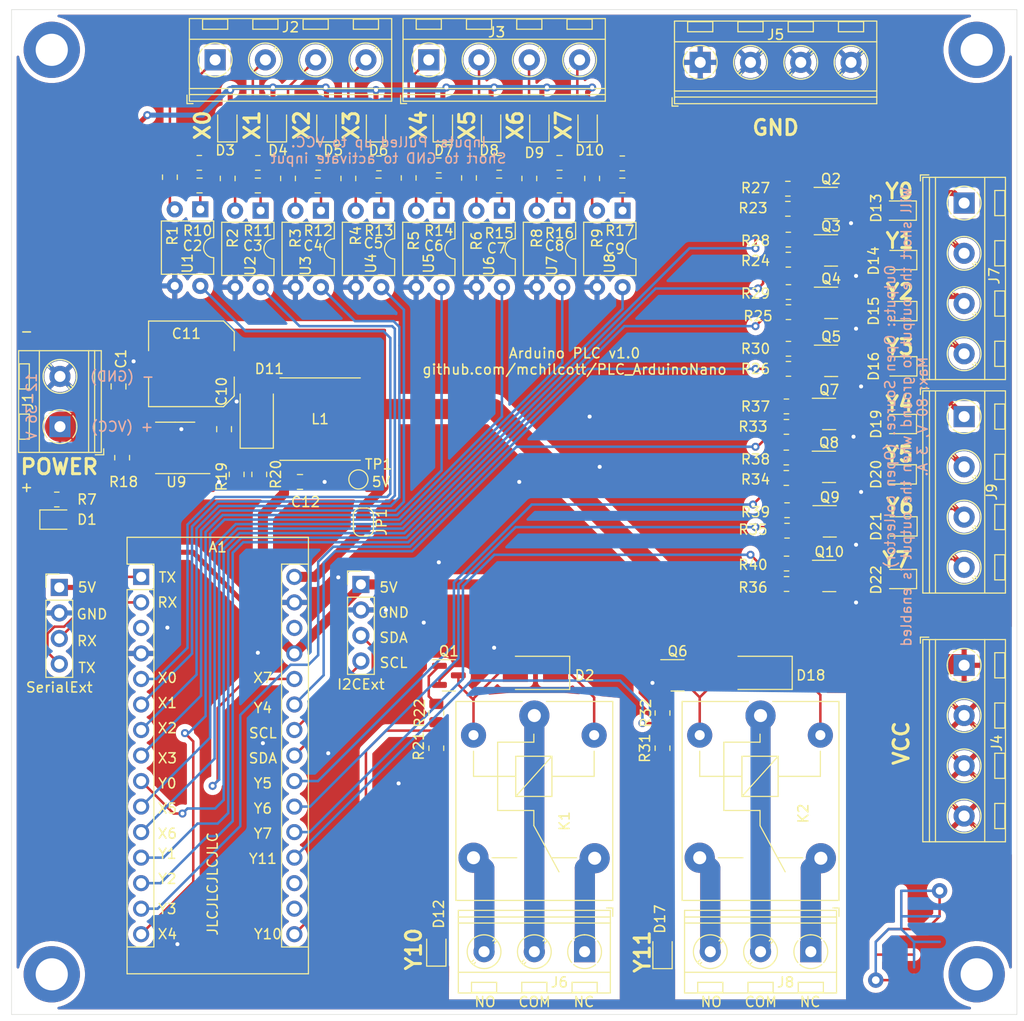
<source format=kicad_pcb>
(kicad_pcb (version 20211014) (generator pcbnew)
  (layers (0 "F.Cu" signal) (31 "B.Cu" signal) (34 "B.Paste" user) (35 "F.Paste" user) (36 "B.SilkS" user "B.Silkscreen") (37 "F.SilkS" user "F.Silkscreen") (38 "B.Mask" user) (39 "F.Mask" user) (44 "Edge.Cuts" user))
  (net 0 "")
  (net 1 "Net-(A1-Pad30)")
  (net 2 "GND")
  (net 3 "VCC")
  (net 5 "/X7_micro")
  (net 6 "+5V")
  (net 7 "/X6_micro")
  (net 8 "/X5_micro")
  (net 9 "/X4_micro")
  (net 10 "/X3_micro")
  (net 11 "Net-(D1-Pad2)")
  (net 12 "Net-(D17-Pad2)")
  (net 13 "Net-(D19-Pad2)")
  (net 14 "Net-(D20-Pad2)")
  (net 15 "Net-(D21-Pad2)")
  (net 16 "/X2_micro")
  (net 17 "/X1_micro")
  (net 18 "/X0_micro")
  (net 22 "Net-(C2-Pad1)")
  (net 23 "Net-(C2-Pad2)")
  (net 24 "Net-(C3-Pad1)")
  (net 25 "Net-(C3-Pad2)")
  (net 26 "Net-(C4-Pad1)")
  (net 27 "Net-(C4-Pad2)")
  (net 28 "Net-(C5-Pad1)")
  (net 29 "Net-(C5-Pad2)")
  (net 30 "Net-(C6-Pad1)")
  (net 31 "Net-(C6-Pad2)")
  (net 32 "Net-(C7-Pad1)")
  (net 33 "Net-(C7-Pad2)")
  (net 34 "Net-(C8-Pad1)")
  (net 35 "Net-(C8-Pad2)")
  (net 36 "Net-(C9-Pad1)")
  (net 37 "Net-(C9-Pad2)")
  (net 38 "Net-(C10-Pad1)")
  (net 39 "Net-(D2-Pad2)")
  (net 40 "Net-(D12-Pad2)")
  (net 41 "Net-(D13-Pad2)")
  (net 42 "Net-(D14-Pad2)")
  (net 43 "Net-(D15-Pad2)")
  (net 44 "Net-(D16-Pad2)")
  (net 45 "/X0")
  (net 46 "/X1")
  (net 47 "/X2")
  (net 48 "/X3")
  (net 49 "/X4")
  (net 50 "/X5")
  (net 51 "/X6")
  (net 52 "/X7")
  (net 53 "Net-(D22-Pad2)")
  (net 54 "/Y00")
  (net 55 "/Y01")
  (net 56 "/Y02")
  (net 57 "Net-(Q1-Pad1)")
  (net 58 "Net-(Q2-Pad1)")
  (net 59 "Net-(Q3-Pad1)")
  (net 60 "Net-(Q4-Pad1)")
  (net 61 "Net-(Q5-Pad1)")
  (net 62 "Net-(R18-Pad2)")
  (net 63 "Net-(R19-Pad1)")
  (net 64 "Net-(D11-Pad1)")
  (net 65 "/Y03")
  (net 66 "/Y04")
  (net 67 "/Y05")
  (net 68 "/Y06")
  (net 69 "/Y07")
  (net 70 "Net-(Q6-Pad1)")
  (net 71 "Net-(Q7-Pad1)")
  (net 72 "Net-(Q8-Pad1)")
  (net 73 "Net-(Q9-Pad1)")
  (net 74 "Net-(Q10-Pad1)")
  (net 75 "/Y10_micro")
  (net 76 "/Y00_micro")
  (net 77 "/Y01_micro")
  (net 78 "/Y02_micro")
  (net 79 "/Y03_micro")
  (net 80 "/Y11_micro")
  (net 81 "/Y04_micro")
  (net 82 "/Y05_micro")
  (net 83 "/Y06_micro")
  (net 84 "/Y07_micro")
  (net 85 "Net-(D18-Pad2)")
  (net 86 "Net-(J6-Pad1)")
  (net 87 "Net-(J6-Pad2)")
  (net 88 "Net-(J6-Pad3)")
  (net 89 "Net-(J8-Pad1)")
  (net 90 "Net-(J8-Pad2)")
  (net 91 "Net-(J8-Pad3)")
  (net 92 "/TX")
  (net 93 "/RX")
  (net 94 "/SDA")
  (net 95 "/SDC")
  (footprint "Module:Arduino_Nano" (layer "F.Cu") (at 52.89 86.45)
    (fp_text reference "A1")
    (fp_text value "Arduino_Nano_v3.x")
  )
  (footprint "LED_SMD:LED_0805_2012Metric" (layer "F.Cu") (at 44.5 80.75)
    (fp_text reference "D1")
    (fp_text value "POWER")
  )
  (footprint "MountingHole:MountingHole_3.2mm_M3_DIN965_Pad" (layer "F.Cu") (at 44 34)
    (fp_text reference "H2" hide)
    (fp_text value "MountingHole" hide)
  )
  (footprint "MountingHole:MountingHole_3.2mm_M3_DIN965_Pad" (layer "F.Cu") (at 136 126)
    (fp_text reference "H3" hide)
    (fp_text value "MountingHole" hide)
  )
  (footprint "MountingHole:MountingHole_3.2mm_M3_DIN965_Pad" (layer "F.Cu") (at 136 34)
    (fp_text reference "H4" hide)
    (fp_text value "MountingHole" hide)
  )
  (footprint "Relay_THT:Relay_SPDT_SANYOU_SRD_Series_Form_C" (layer "F.Cu") (at 92 100.25 -90)
    (fp_text reference "K1")
    (fp_text value "SRD-05VDC-SL-C")
  )
  (footprint "Resistor_SMD:R_0805_2012Metric" (layer "F.Cu") (at 44.5 78.75)
    (fp_text reference "R7")
    (fp_text value "1k5")
  )
  (footprint "TerminalBlock_RND:TerminalBlock_RND_205-00046_1x03_P5.00mm_Horizontal" (layer "F.Cu") (at 97 123.75 180)
    (fp_text reference "J6")
    (fp_text value "Y10")
  )
  (footprint "Diode_SMD:D_SMA" (layer "F.Cu") (at 92.115 96 180)
    (fp_text reference "D2")
    (fp_text value "D")
  )
  (footprint "Resistor_SMD:R_0805_2012Metric" (layer "F.Cu") (at 61.5 46.8 90)
    (fp_text reference "R2")
    (fp_text value "2k")
  )
  (footprint "Resistor_SMD:R_0805_2012Metric" (layer "F.Cu") (at 117.275 65.75)
    (fp_text reference "R26")
    (fp_text value "Rd")
  )
  (footprint "Resistor_SMD:R_0805_2012Metric" (layer "F.Cu") (at 117.0875 87.16)
    (fp_text reference "R36")
    (fp_text value "Rd")
  )
  (footprint "Package_DIP:DIP-4_W7.62mm" (layer "F.Cu") (at 100.775 50 -90)
    (fp_text reference "U8")
    (fp_text value "PC817")
  )
  (footprint "TerminalBlock_RND:TerminalBlock_RND_205-00047_1x04_P5.00mm_Horizontal" (layer "F.Cu") (at 134.75 49.25 -90)
    (fp_text reference "J7")
    (fp_text value "Out")
  )
  (footprint "Resistor_SMD:R_0805_2012Metric" (layer "F.Cu") (at 55.75 46.675 90)
    (fp_text reference "R1")
    (fp_text value "2k")
  )
  (footprint "Resistor_SMD:R_0805_2012Metric" (layer "F.Cu") (at 117.2175 47.821429)
    (fp_text reference "R27")
    (fp_text value "100")
  )
  (footprint "Resistor_SMD:R_0805_2012Metric" (layer "F.Cu") (at 58.675 45.25)
    (fp_text reference "R10")
    (fp_text value "1k")
  )
  (footprint "Resistor_SMD:R_0805_2012Metric" (layer "F.Cu") (at 67.5 46.8 90)
    (fp_text reference "R3")
    (fp_text value "2k")
  )
  (footprint "TerminalBlock_RND:TerminalBlock_RND_205-00047_1x04_P5.00mm_Horizontal" (layer "F.Cu") (at 134.75 70.5 -90)
    (fp_text reference "J9")
    (fp_text value "Out")
  )
  (footprint "Diode_SMD:D_SMA" (layer "F.Cu") (at 114.25 96 180)
    (fp_text reference "D18")
    (fp_text value "D")
  )
  (footprint "Package_DIP:DIP-4_W7.62mm" (layer "F.Cu") (at 88.775 50 -90)
    (fp_text reference "U6")
    (fp_text value "PC817")
  )
  (footprint "Package_DIP:DIP-4_W7.62mm" (layer "F.Cu") (at 94.775 50 -90)
    (fp_text reference "U7")
    (fp_text value "PC817")
  )
  (footprint "LED_SMD:LED_0805_2012Metric" (layer "F.Cu") (at 66.392855 41.48 90)
    (fp_text reference "D4")
    (fp_text value "XL-2012")
  )
  (footprint "Resistor_SMD:R_0805_2012Metric" (layer "F.Cu") (at 51 74.5875 -90)
    (fp_text reference "R18")
    (fp_text value "0R33")
  )
  (footprint "LED_SMD:LED_0805_2012Metric" (layer "F.Cu") (at 71.321425 41.48 90)
    (fp_text reference "D5")
    (fp_text value "XL-2012")
  )
  (footprint "Resistor_SMD:R_0805_2012Metric" (layer "F.Cu") (at 117.2625 54.889287)
    (fp_text reference "R24")
    (fp_text value "Rd")
  )
  (footprint "Resistor_SMD:R_0805_2012Metric" (layer "F.Cu") (at 64.5 45.25)
    (fp_text reference "R11")
    (fp_text value "1k")
  )
  (footprint "LED_SMD:LED_0805_2012Metric" (layer "F.Cu") (at 128.37 60 180)
    (fp_text reference "D15")
    (fp_text value "XL-2012")
  )
  (footprint "Relay_THT:Relay_SPDT_SANYOU_SRD_Series_Form_C" (layer "F.Cu") (at 114.5 100.25 -90)
    (fp_text reference "K2")
    (fp_text value "SRD-05VDC-SL-C")
  )
  (footprint "Resistor_SMD:R_0805_2012Metric" (layer "F.Cu") (at 117.1375 81.85357)
    (fp_text reference "R35")
    (fp_text value "Rd")
  )
  (footprint "Package_SO:SOIC-8_3.9x4.9mm_P1.27mm" (layer "F.Cu") (at 56.275 73.615 180)
    (fp_text reference "U9")
    (fp_text value "MC34063A")
  )
  (footprint "Resistor_SMD:R_0805_2012Metric" (layer "F.Cu") (at 117.275 58.107145)
    (fp_text reference "R29")
    (fp_text value "100")
  )
  (footprint "LED_SMD:LED_0805_2012Metric" (layer "F.Cu") (at 82.9 41.48 90)
    (fp_text reference "D7")
    (fp_text value "XL-2012")
  )
  (footprint "Resistor_SMD:R_0805_2012Metric" (layer "F.Cu") (at 117.2175 49.821429)
    (fp_text reference "R23")
    (fp_text value "Rd")
  )
  (footprint "Extra:MC" (layer "F.Cu") (at 128.5 121.5 90)
    (fp_text reference "J12")
    (fp_text value "Logo")
  )
  (footprint "Connector_PinHeader_2.54mm:PinHeader_1x04_P2.54mm_Vertical" (layer "F.Cu") (at 44.75 87.5)
    (fp_text reference "J10" hide)
    (fp_text value "SerialExt")
  )
  (footprint "Capacitor_SMD:C_0805_2012Metric" (layer "F.Cu") (at 100.75 47.5 180)
    (fp_text reference "C9")
    (fp_text value "100n")
  )
  (footprint "Resistor_SMD:R_0805_2012Metric" (layer "F.Cu") (at 64.64 76.25 -90)
    (fp_text reference "R20")
    (fp_text value "3.6k")
  )
  (footprint "TerminalBlock_RND:TerminalBlock_RND_205-00047_1x04_P5.00mm_Horizontal" (layer "F.Cu") (at 108.5 35.25)
    (fp_text reference "J5")
    (fp_text value "GND")
  )
  (footprint "Resistor_SMD:R_0805_2012Metric" (layer "F.Cu") (at 82.25 100 90)
    (fp_text reference "R22")
    (fp_text value "100")
  )
  (footprint "Resistor_SMD:R_0805_2012Metric" (layer "F.Cu") (at 70.5 45.25)
    (fp_text reference "R12")
    (fp_text value "1k")
  )
  (footprint "Resistor_SMD:R_0805_2012Metric" (layer "F.Cu") (at 117.0875 85.124284)
    (fp_text reference "R40")
    (fp_text value "100")
  )
  (footprint "Resistor_SMD:R_0805_2012Metric" (layer "F.Cu") (at 94.5 47.5)
    (fp_text reference "R16")
    (fp_text value "1k")
  )
  (footprint "Package_TO_SOT_SMD:SOT-23" (layer "F.Cu") (at 121.3125 75.5)
    (fp_text reference "Q8")
    (fp_text value "HXY5N10AI")
  )
  (footprint "Package_TO_SOT_SMD:SOT-23" (layer "F.Cu") (at 121.525 64.95)
    (fp_text reference "Q5")
    (fp_text value "HXY5N10AI")
  )
  (footprint "TerminalBlock_RND:TerminalBlock_RND_205-00047_1x04_P5.00mm_Horizontal" (layer "F.Cu") (at 81.5 35)
    (fp_text reference "J3")
    (fp_text value "In2")
  )
  (footprint "Resistor_SMD:R_0805_2012Metric" (layer "F.Cu") (at 117.275 60.107145)
    (fp_text reference "R25")
    (fp_text value "Rd")
  )
  (footprint "Package_TO_SOT_SMD:SOT-23" (layer "F.Cu") (at 106.25 96.25)
    (fp_text reference "Q6")
    (fp_text value "HXY5N10AI")
  )
  (footprint "Capacitor_SMD:C_0805_2012Metric" (layer "F.Cu") (at 76.5 47.5 180)
    (fp_text reference "C5")
    (fp_text value "100n")
  )
  (footprint "Package_TO_SOT_SMD:SOT-23" (layer "F.Cu") (at 121.5125 53.964287)
    (fp_text reference "Q3")
    (fp_text value "HXY5N10AI")
  )
  (footprint "Package_DIP:DIP-4_W7.62mm" (layer "F.Cu") (at 58.775 49.875 -90)
    (fp_text reference "U1")
    (fp_text value "PC817")
  )
  (footprint "Diode_SMD:D_SMA" (layer "F.Cu") (at 64.39 70.25 90)
    (fp_text reference "D11")
    (fp_text value "SS14-MS")
  )
  (footprint "Capacitor_SMD:C_0805_2012Metric" (layer "F.Cu") (at 61.14 71.75 90)
    (fp_text reference "C10")
    (fp_text value "470p")
  )
  (footprint "Capacitor_SMD:C_0805_2012Metric" (layer "F.Cu") (at 68.69 77)
    (fp_text reference "C12")
    (fp_text value "100n")
  )
  (footprint "Capacitor_SMD:C_Elec_8x10.2" (layer "F.Cu") (at 57.89 65.25 180)
    (fp_text reference "C11")
    (fp_text value "680u")
  )
  (footprint "LED_SMD:LED_0805_2012Metric" (layer "F.Cu") (at 61.464285 41.48 90)
    (fp_text reference "D3")
    (fp_text value "XL-2012")
  )
  (footprint "Capacitor_SMD:C_0805_2012Metric" (layer "F.Cu") (at 58.7 47.5 180)
    (fp_text reference "C2")
    (fp_text value "100n")
  )
  (footprint "Resistor_SMD:R_0805_2012Metric" (layer "F.Cu") (at 97.75 46.8 90)
    (fp_text reference "R9")
    (fp_text value "2k")
  )
  (footprint "LED_SMD:LED_0805_2012Metric" (layer "F.Cu") (at 128.3125 76.25 180)
    (fp_text reference "D20")
    (fp_text value "XL-2012")
  )
  (footprint "LED_SMD:LED_0805_2012Metric" (layer "F.Cu") (at 82.25 123.5 90)
    (fp_text reference "D12")
    (fp_text value "XL-2012")
  )
  (footprint "MountingHole:MountingHole_3.2mm_M3_DIN965_Pad" (layer "F.Cu") (at 44 126)
    (fp_text reference "H1" hide)
    (fp_text value "MountingHole")
  )
  (footprint "LED_SMD:LED_0805_2012Metric" (layer "F.Cu") (at 128.3575 54.925 180)
    (fp_text reference "D14")
    (fp_text value "XL-2012")
  )
  (footprint "Resistor_SMD:R_0805_2012Metric" (layer "F.Cu") (at 117.0625 76.607142)
    (fp_text reference "R34")
    (fp_text value "Rd")
  )
  (footprint "LED_SMD:LED_0805_2012Metric" (layer "F.Cu") (at 92.5 41.48 90)
    (fp_text reference "D9")
    (fp_text value "XL-2012")
  )
  (footprint "LED_SMD:LED_0805_2012Metric" (layer "F.Cu") (at 76.25 41.48 90)
    (fp_text reference "D6")
    (fp_text value "XL-2012")
  )
  (footprint "Resistor_SMD:R_0805_2012Metric" (layer "F.Cu") (at 82.25 103.5 -90)
    (fp_text reference "R21")
    (fp_text value "Rd")
  )
  (footprint "Capacitor_SMD:C_0805_2012Metric" (layer "F.Cu") (at 94.5 45.25 180)
    (fp_text reference "C8")
    (fp_text value "100n")
  )
  (footprint "Inductor_SMD:L_Taiyo-Yuden_NR-80xx" (layer "F.Cu") (at 70.69 70.75)
    (fp_text reference "L1")
    (fp_text value "220u")
  )
  (footprint "Resistor_SMD:R_0805_2012Metric" (layer "F.Cu") (at 85.5 46.75 90)
    (fp_text reference "R6")
    (fp_text value "2k")
  )
  (footprint "Package_TO_SOT_SMD:SOT-23" (layer "F.Cu") (at 121.5 49.25)
    (fp_text reference "Q2")
    (fp_text value "HXY5N10AI")
  )
  (footprint "Resistor_SMD:R_0805_2012Metric" (layer "F.Cu") (at 62.39 76.25 -90)
    (fp_text reference "R19")
    (fp_text value "1.2k")
  )
  (footprint "LED_SMD:LED_0805_2012Metric" (layer "F.Cu") (at 128.325 71.2375 180)
    (fp_text reference "D19")
    (fp_text value "XL-2012")
  )
  (footprint "Package_DIP:DIP-4_W7.62mm" (layer "F.Cu") (at 76.775 50 -90)
    (fp_text reference "U4")
    (fp_text value "PC817")
  )
  (footprint "LED_SMD:LED_0805_2012Metric" (layer "F.Cu") (at 97.3 41.48 90)
    (fp_text reference "D10")
    (fp_text value "XL-2012")
  )
  (footprint "TerminalBlock_RND:TerminalBlock_RND_205-00047_1x04_P5.00mm_Horizontal" (layer "F.Cu") (at 134.75 95.25 -90)
    (fp_text reference "J4")
    (fp_text value "VCC")
  )
  (footprint "LED_SMD:LED_0805_2012Metric" (layer "F.Cu") (at 128.3375 86.66 180)
    (fp_text reference "D22")
    (fp_text value "XL-2012")
  )
  (footprint "Resistor_SMD:R_0805_2012Metric" (layer "F.Cu") (at 100.75 45.3)
    (fp_text reference "R17")
    (fp_text value "1k")
  )
  (footprint "LED_SMD:LED_0805_2012Metric" (layer "F.Cu") (at 87.7 41.48 90)
    (fp_text reference "D8")
    (fp_text value "XL-2012")
  )
  (footprint "Resistor_SMD:R_0805_2012Metric" (layer "F.Cu") (at 117.275 63.75)
    (fp_text reference "R30")
    (fp_text value "100")
  )
  (footprint "Resistor_SMD:R_0805_2012Metric" (layer "F.Cu") (at 73.5 46.8 90)
    (fp_text reference "R4")
    (fp_text value "2k")
  )
  (footprint "Package_TO_SOT_SMD:SOT-23" (layer "F.Cu") (at 121.3875 80.925)
    (fp_text reference "Q9")
    (fp_text value "HXY5N10AI")
  )
  (footprint "LED_SMD:LED_0805_2012Metric" (layer "F.Cu") (at 104.75 123.75 90)
    (fp_text reference "D17")
    (fp_text value "XL-2012")
  )
  (footprint "Package_DIP:DIP-4_W7.62mm" (layer "F.Cu") (at 82.775 50 -90)
    (fp_text reference "U5")
    (fp_text value "PC817")
  )
  (footprint "LED_SMD:LED_0805_2012Metric" (layer "F.Cu") (at 128.37 65.499997 180)
    (fp_text reference "D16")
    (fp_text value "XL-2012")
  )
  (footprint "Resistor_SMD:R_0805_2012Metric" (layer "F.Cu") (at 88.5 45.25)
    (fp_text reference "R15")
    (fp_text value "1k")
  )
  (footprint "Capacitor_SMD:C_0805_2012Metric" (layer "F.Cu") (at 50.64 67.5 90)
    (fp_text reference "C1")
    (fp_text value "100n")
  )
  (footprint "Resistor_SMD:R_0805_2012Metric" (layer "F.Cu") (at 91.5 46.8 90)
    (fp_text reference "R8")
    (fp_text value "2k")
  )
  (footprint "Resistor_SMD:R_0805_2012Metric" (layer "F.Cu") (at 104.75 103.5 -90)
    (fp_text reference "R31")
    (fp_text value "Rd")
  )
  (footprint "Capacitor_SMD:C_0805_2012Metric" (layer "F.Cu") (at 82.5 47.5 180)
    (fp_text reference "C6")
    (fp_text value "100n")
  )
  (footprint "Resistor_SMD:R_0805_2012Metric" (layer "F.Cu") (at 117.075 71.523214)
    (fp_text reference "R33")
    (fp_text value "Rd")
  )
  (footprint "Resistor_SMD:R_0805_2012Metric" (layer "F.Cu") (at 117.2625 52.889287)
    (fp_text reference "R28")
    (fp_text value "100")
  )
  (footprint "Resistor_SMD:R_0805_2012Metric" (layer "F.Cu") (at 117.1375 79.817856)
    (fp_text reference "R39")
    (fp_text value "100")
  )
  (footprint "Resistor_SMD:R_0805_2012Metric" (layer "F.Cu") (at 79.5 46.75 90)
    (fp_text reference "R5")
    (fp_text value "2k")
  )
  (footprint "Capacitor_SMD:C_0805_2012Metric" (layer "F.Cu") (at 70.45 47.5 180)
    (fp_text reference "C4")
    (fp_text value "100n")
  )
  (footprint "Package_DIP:DIP-4_W7.62mm" (layer "F.Cu") (at 70.775 50 -90)
    (fp_text reference "U3")
    (fp_text value "PC817")
  )
  (footprint "Jumper:SolderJumper-2_P1.3mm_Open_RoundedPad1.0x1.5mm" (layer "F.Cu") (at 75 81 -90)
    (fp_text reference "JP1")
    (fp_text value "BypassSMPS")
  )
  (footprint "Resistor_SMD:R_0805_2012Metric" (layer "F.Cu") (at 82.5 45.5)
    (fp_text reference "R14")
    (fp_text value "1k")
  )
  (footprint "Resistor_SMD:R_0805_2012Metric" (layer "F.Cu") (at 117.075 69.4875)
    (fp_text reference "R37")
    (fp_text value "100")
  )
  (footprint "Package_TO_SOT_SMD:SOT-23" (layer "F.Cu") (at 121.525 59.182145)
    (fp_text reference "Q4")
    (fp_text value "HXY5N10AI")
  )
  (footprint "Connector_PinHeader_2.54mm:PinHeader_1x04_P2.54mm_Vertical" (layer "F.Cu") (at 74.75 87.2)
    (fp_text reference "J11" hide)
    (fp_text value "I2CExt")
  )
  (footprint "TerminalBlock_RND:TerminalBlock_RND_205-00047_1x04_P5.00mm_Horizontal" (layer "F.Cu") (at 60.25 35)
    (fp_text reference "J2")
    (fp_text value "In1")
  )
  (footprint "TerminalBlock_RND:TerminalBlock_RND_205-00045_1x02_P5.00mm_Horizontal" (layer "F.Cu") (at 44.81536 71.5 90)
    (fp_text reference "J1")
    (fp_text value "POWER")
  )
  (footprint "Resistor_SMD:R_0805_2012Metric" (layer "F.Cu") (at 117.0625 74.571428)
    (fp_text reference "R38")
    (fp_text value "100")
  )
  (footprint "Capacitor_SMD:C_0805_2012Metric" (layer "F.Cu") (at 88.5 47.5 180)
    (fp_text reference "C7")
    (fp_text value "100n")
  )
  (footprint "Resistor_SMD:R_0805_2012Metric" (layer "F.Cu") (at 76.5375 45.3)
    (fp_text reference "R13")
    (fp_text value "1k")
  )
  (footprint "Package_TO_SOT_SMD:SOT-23" (layer "F.Cu") (at 121.325 70.2375)
    (fp_text reference "Q7")
    (fp_text value "HXY5N10AI")
  )
  (footprint "LED_SMD:LED_0805_2012Metric" (layer "F.Cu") (at 128.3125 50 180)
    (fp_text reference "D13")
    (fp_text value "XL-2012")
  )
  (footprint "Package_TO_SOT_SMD:SOT-23" (layer "F.Cu") (at 121.3375 86.36)
    (fp_text reference "Q10")
    (fp_text value "HXY5N10AI")
  )
  (footprint "Package_DIP:DIP-4_W7.62mm" (layer "F.Cu") (at 64.775 50 -90)
    (fp_text reference "U2")
    (fp_text value "PC817")
  )
  (footprint "TerminalBlock_RND:TerminalBlock_RND_205-00046_1x03_P5.00mm_Horizontal" (layer "F.Cu") (at 119.5 123.75 180)
    (fp_text reference "J8")
    (fp_text value "Y11")
  )
  (footprint "Resistor_SMD:R_0805_2012Metric" (layer "F.Cu") (at 104.75 100 90)
    (fp_text reference "R32")
    (fp_text value "100")
  )
  (footprint "Capacitor_SMD:C_0805_2012Metric" (layer "F.Cu") (at 64.5 47.5 180)
    (fp_text reference "C3")
    (fp_text value "100n")
  )
  (footprint "LED_SMD:LED_0805_2012Metric" (layer "F.Cu") (at 128.3875 81.425 180)
    (fp_text reference "D21")
    (fp_text value "XL-2012")
  )
  (footprint "TestPoint:TestPoint_Pad_D1.5mm" (layer "F.Cu") (at 74.5 76.75)
    (fp_text reference "TP1")
    (fp_text value "5V")
  )
  (footprint "Package_TO_SOT_SMD:SOT-23" (layer "F.Cu") (at 83.5 96.25)
    (fp_text reference "Q1")
    (fp_text value "HXY5N10AI")
  )
  (gr_line (start 40 30) (end 140 30) (layer "Edge.Cuts") (width 0.05))
  (gr_line (start 140 130) (end 40 130) (layer "Edge.Cuts") (width 0.05))
  (gr_line (start 140 30) (end 140 130) (layer "Edge.Cuts") (width 0.05))
  (gr_line (start 40 130) (end 40 30) (layer "Edge.Cuts") (width 0.05))
  (gr_text "12-36 V" (at 42 69.5 90) (layer "B.SilkS") (effects (font (size 1 1)) (justify mirror)))
  (gr_text "+ (VCC)" (at 51 71.5) (layer "B.SilkS") (effects (font (size 1 1)) (justify mirror)))
  (gr_text "- (GND)" (at 51 66.5) (layer "B.SilkS") (effects (font (size 1 1)) (justify mirror)))
  (gr_text "Inputs: Pulled up to VCC.\nShort to GND to activate input" (at 77.5 44) (layer "B.SilkS") (effects (font (size 1 1)) (justify mirror)))
  (gr_text "Outputs: Open Source. (Open collector)\nWill short the output to ground when the output is enabled\nMax: 80 V, 3 A." (at 129 70.5 90) (layer "B.SilkS") (effects (font (size 1 1)) (justify mirror)))
  (gr_text "+" (at 41.5 77.5) (layer "F.SilkS") (effects (font (size 1 1))))
  (gr_text "Y7" (at 65 112) (layer "F.SilkS") (effects (font (size 1 1))))
  (gr_text "RX" (at 55.5 89) (layer "F.SilkS") (effects (font (size 1 1))))
  (gr_text "5V" (at 76.75 77) (layer "F.SilkS") (effects (font (size 1 1))))
  (gr_text "Y2" (at 55.5 116.5) (layer "F.SilkS") (effects (font (size 1 1))))
  (gr_text "JLCJLCJLCJLC" (at 60 117 90) (layer "F.SilkS") (effects (font (size 1 1))))
  (gr_text "X6" (at 90.1 41.5 90) (layer "F.SilkS") (effects (font (size 1.5 1.5) (thickness 0.3))))
  (gr_text "X4" (at 80.5 41.5 90) (layer "F.SilkS") (effects (font (size 1.5 1.5) (thickness 0.3))))
  (gr_text "VCC" (at 128.5 103 90) (layer "F.SilkS") (effects (font (size 1.5 1.5) (thickness 0.3))))
  (gr_text "-" (at 41.5 62) (layer "F.SilkS") (effects (font (size 1 1))))
  (gr_text "X3" (at 55.5 104.5) (layer "F.SilkS") (effects (font (size 1 1))))
  (gr_text "SCL" (at 78 95) (layer "F.SilkS") (effects (font (size 1 1))))
  (gr_text "Y0" (at 55.5 107) (layer "F.SilkS") (effects (font (size 1 1))))
  (gr_text "Y4" (at 128.305 69.2375) (layer "F.SilkS") (effects (font (size 1.5 1.5) (thickness 0.3))))
  (gr_text "Arduino PLC v1.0\ngithub.com/mchilcott/PLC_ArduinoNano" (at 96 65) (layer "F.SilkS") (effects (font (size 1 1))))
  (gr_text "NO   COM   NC" (at 92 128.75) (layer "F.SilkS") (effects (font (size 1 1))))
  (gr_text "SDA" (at 78 92.5) (layer "F.SilkS") (effects (font (size 1 1))))
  (gr_text "Y1" (at 55.5 114) (layer "F.SilkS") (effects (font (size 1 1))))
  (gr_text "X1" (at 55.5 99) (layer "F.SilkS") (effects (font (size 1 1))))
  (gr_text "X4" (at 55.5 122) (layer "F.SilkS") (effects (font (size 1 1))))
  (gr_text "Y0" (at 128.2925 48.071429) (layer "F.SilkS") (effects (font (size 1.5 1.5) (thickness 0.3))))
  (gr_text "Y6" (at 128.3675 79.425) (layer "F.SilkS") (effects (font (size 1.5 1.5) (thickness 0.3))))
  (gr_text "Y6" (at 65 109.5) (layer "F.SilkS") (effects (font (size 1 1))))
  (gr_text "X0" (at 55.5 96.5) (layer "F.SilkS") (effects (font (size 1 1))))
  (gr_text "Y5" (at 128.2925 74.25) (layer "F.SilkS") (effects (font (size 1.5 1.5) (thickness 0.3))))
  (gr_text "X0" (at 59 41.5 90) (layer "F.SilkS") (effects (font (size 1.5 1.5) (thickness 0.3))))
  (gr_text "RX" (at 47.5 92.833332) (layer "F.SilkS") (effects (font (size 1 1))))
  (gr_text "X2" (at 55.5 101.5) (layer "F.SilkS") (effects (font (size 1 1))))
  (gr_text "5V" (at 47.5 87.5) (layer "F.SilkS") (effects (font (size 1 1))))
  (gr_text "X7" (at 94.9 41.5 90) (layer "F.SilkS") (effects (font (size 1.5 1.5) (thickness 0.3))))
  (gr_text "TX" (at 55.5 86.5) (layer "F.SilkS") (effects (font (size 1 1))))
  (gr_text "Y11" (at 102.75 123.75 90) (layer "F.SilkS") (effects (font (size 1.5 1.5) (thickness 0.3))))
  (gr_text "NO   COM   NC" (at 114.5 128.75) (layer "F.SilkS") (effects (font (size 1 1))))
  (gr_text "TX" (at 47.5 95.5) (layer "F.SilkS") (effects (font (size 1 1))))
  (gr_text "Y2" (at 128.35 58.071429) (layer "F.SilkS") (effects (font (size 1.5 1.5) (thickness 0.3))))
  (gr_text "Y3" (at 128.35 63.571426) (layer "F.SilkS") (effects (font (size 1.5 1.5) (thickness 0.3))))
  (gr_text "SDA" (at 65 104.5) (layer "F.SilkS") (effects (font (size 1 1))))
  (gr_text "Y5" (at 65 107) (layer "F.SilkS") (effects (font (size 1 1))))
  (gr_text "X6" (at 55.5 112) (layer "F.SilkS") (effects (font (size 1 1))))
  (gr_text "GND" (at 48 90.166666) (layer "F.SilkS") (effects (font (size 1 1))))
  (gr_text "Y10" (at 65.5 122) (layer "F.SilkS") (effects (font (size 1 1))))
  (gr_text "Y10" (at 80 123.5 90) (layer "F.SilkS") (effects (font (size 1.5 1.5) (thickness 0.3))))
  (gr_text "Y11" (at 65 114.5) (layer "F.SilkS") (effects (font (size 1 1))))
  (gr_text "Y4" (at 65 99.5) (layer "F.SilkS") (effects (font (size 1 1))))
  (gr_text "Y1" (at 128.3375 52.996429) (layer "F.SilkS") (effects (font (size 1.5 1.5) (thickness 0.3))))
  (gr_text "SCL" (at 65 102) (layer "F.SilkS") (effects (font (size 1 1))))
  (gr_text "X5" (at 85.3 41.5 90) (layer "F.SilkS") (effects (font (size 1.5 1.5) (thickness 0.3))))
  (gr_text "Y7" (at 128 84.75) (layer "F.SilkS") (effects (font (size 1.5 1.5) (thickness 0.3))))
  (gr_text "X5" (at 55.5 109.5) (layer "F.SilkS") (effects (font (size 1 1))))
  (gr_text "X1" (at 63.92857 41.5 90) (layer "F.SilkS") (effects (font (size 1.5 1.5) (thickness 0.3))))
  (gr_text "X2" (at 68.85714 41.5 90) (layer "F.SilkS") (effects (font (size 1.5 1.5) (thickness 0.3))))
  (gr_text "Y3" (at 55.5 119.5) (layer "F.SilkS") (effects (font (size 1 1))))
  (gr_text "5V" (at 77.5 87.5) (layer "F.SilkS") (effects (font (size 1 1))))
  (gr_text "X7" (at 65 96.5) (layer "F.SilkS") (effects (font (size 1 1))))
  (gr_text "GND" (at 116 41.75) (layer "F.SilkS") (effects (font (size 1.5 1.5) (thickness 0.3))))
  (gr_text "GND" (at 78 90) (layer "F.SilkS") (effects (font (size 1 1))))
  (gr_text "X3" (at 73.78571 41.5 90) (layer "F.SilkS") (effects (font (size 1.5 1.5) (thickness 0.3))))
  (segment (start 68.13 86.45) (end 70.2 86.45) (width 1) (layer "F.Cu") (net 1))
  (segment (start 70.2 86.45) (end 75 81.65) (width 1) (layer "F.Cu") (net 1))
  (segment (start 122.160713 56.5) (end 124 56.5) (width 0.25) (layer "F.Cu") (net 2))
  (segment (start 103.95 97.2) (end 103.75 97) (width 0.25) (layer "F.Cu") (net 2))
  (segment (start 122.205355 61.75) (end 124 61.75) (width 0.25) (layer "F.Cu") (net 2))
  (segment (start 120.3875 71.1875) (end 121.7 72.5) (width 0.25) (layer "F.Cu") (net 2))
  (segment (start 62.39 77.1625) (end 60.8025 77.1625) (width 0.25) (layer "F.Cu") (net 2))
  (segment (start 60.8025 77.1625) (end 60.64 77) (width 0.25) (layer "F.Cu") (net 2))
  (segment (start 85.778249 93.5) (end 88 93.5) (width 0.25) (layer "F.Cu") (net 2))
  (segment (start 56.93 71.71) (end 56.89 71.75) (width 0.25) (layer "F.Cu") (net 2))
  (segment (start 120.5625 50.2) (end 121.6125 51.25) (width 0.25) (layer "F.Cu") (net 2))
  (segment (start 52.39 65.25) (end 52.14 65) (width 0.25) (layer "F.Cu") (net 2))
  (segment (start 120.5875 60.132145) (end 122.205355 61.75) (width 0.25) (layer "F.Cu") (net 2))
  (segment (start 62.69 68.8) (end 63.24 68.25) (width 0.25) (layer "F.Cu") (net 2))
  (segment (start 105.3125 97.2) (end 103.95 97.2) (width 0.25) (layer "F.Cu") (net 2))
  (segment (start 68.13 88.99) (end 70.01 88.99) (width 0.25) (layer "F.Cu") (net 2))
  (segment (start 63.24 68.25) (end 64.39 68.25) (width 0.25) (layer "F.Cu") (net 2))
  (segment (start 121.6125 51.25) (end 123.5 51.25) (width 0.25) (layer "F.Cu") (net 2))
  (segment (start 74.75 89.74) (end 77.24 89.74) (width 0.25) (layer "F.Cu") (net 2))
  (segment (start 62.49 69) (end 62.39 69) (width 0.25) (layer "F.Cu") (net 2))
  (segment (start 77.5 90) (end 77.24 89.74) (width 0.25) (layer "F.Cu") (net 2))
  (segment (start 121.925 78) (end 124.5 78) (width 0.25) (layer "F.Cu") (net 2))
  (segment (start 121.7 72.5) (end 123.75 72.5) (width 0.25) (layer "F.Cu") (net 2))
  (segment (start 121.825 83.25) (end 124 83.25) (width 0.25) (layer "F.Cu") (net 2))
  (segment (start 61.14 70.35) (end 62.69 68.8) (width 0.25) (layer "F.Cu") (net 2))
  (segment (start 54.29 65.25) (end 52.39 65.25) (width 0.25) (layer "F.Cu") (net 2))
  (segment (start 120.375 76.45) (end 121.925 78) (width 0.25) (layer "F.Cu") (net 2))
  (segment (start 59.78 71.71) (end 61.14 70.35) (width 0.25) (layer "F.Cu") (net 2))
  (segment (start 50.64 66.5) (end 52.14 65) (width 0.25) (layer "F.Cu") (net 2))
  (segment (start 122.1875 67.5) (end 124.5 67.5) (width 0.25) (layer "F.Cu") (net 2))
  (segment (start 58.75 71.71) (end 59.78 71.71) (width 0.25) (layer "F.Cu") (net 2))
  (segment (start 82.5625 96.715749) (end 85.778249 93.5) (width 0.25) (layer "F.Cu") (net 2))
  (segment (start 120.5875 65.9) (end 122.1875 67.5) (width 0.25) (layer "F.Cu") (net 2))
  (segment (start 70.01 88.99) (end 72.5 86.5) (width 0.25) (layer "F.Cu") (net 2))
  (segment (start 82.5625 97.2) (end 82.5625 96.715749) (width 0.25) (layer "F.Cu") (net 2))
  (segment (start 50.64 66.55) (end 50.64 66.5) (width 0.25) (layer "F.Cu") (net 2))
  (segment (start 120.575 54.914287) (end 122.160713 56.5) (width 0.25) (layer "F.Cu") (net 2))
  (segment (start 122.09 89) (end 124 89) (width 0.25) (layer "F.Cu") (net 2))
  (segment (start 58.75 71.71) (end 56.93 71.71) (width 0.25) (layer "F.Cu") (net 2))
  (segment (start 71.14 77) (end 69.64 77) (width 0.25) (layer "F.Cu") (net 2))
  (segment (start 120.4 87.31) (end 122.09 89) (width 0.25) (layer "F.Cu") (net 2))
  (segment (start 120.45 81.875) (end 121.825 83.25) (width 0.25) (layer "F.Cu") (net 2))
  (segment (start 62.69 68.8) (end 62.49 69) (width 0.25) (layer "F.Cu") (net 2))
  (via (at 124 56.5) (size 0.8) (drill 0.4) (layers "F.Cu" "B.Cu") (net 2))
  (via (at 81 91) (size 0.8) (drill 0.4) (layers "F.Cu" "B.Cu") (net 2))
  (via (at 103.75 97) (size 0.8) (drill 0.4) (layers "F.Cu" "B.Cu") (net 2))
  (via (at 82.5 85) (size 0.8) (drill 0.4) (layers "F.Cu" "B.Cu") (net 2))
  (via (at 62.39 69) (size 0.8) (drill 0.4) (layers "F.Cu" "B.Cu") (net 2))
  (via (at 71.14 77) (size 0.8) (drill 0.4) (layers "F.Cu" "B.Cu") (net 2))
  (via (at 55.5 91.5) (size 0.8) (drill 0.4) (layers "F.Cu" "B.Cu") (net 2))
  (via (at 90.5 77) (size 0.8) (drill 0.4) (layers "F.Cu" "B.Cu") (net 2))
  (via (at 72.5 86.5) (size 0.8) (drill 0.4) (layers "F.Cu" "B.Cu") (net 2))
  (via (at 123.5 51.25) (size 0.8) (drill 0.4) (layers "F.Cu" "B.Cu") (net 2))
  (via (at 56.89 71.75) (size 0.8) (drill 0.4) (layers "F.Cu" "B.Cu") (net 2))
  (via (at 88 93.5) (size 0.8) (drill 0.4) (layers "F.Cu" "B.Cu") (net 2))
  (via (at 77.24 89.74) (size 0.8) (drill 0.4) (layers "F.Cu" "B.Cu") (net 2))
  (via (at 65 103) (size 0.8) (drill 0.4) (layers "F.Cu" "B.Cu") (net 2))
  (via (at 124.5 67.5) (size 0.8) (drill 0.4) (layers "F.Cu" "B.Cu") (net 2))
  (via (at 60.64 77) (size 0.8) (drill 0.4) (layers "F.Cu" "B.Cu") (net 2))
  (via (at 98.5 75.5) (size 0.8) (drill 0.4) (layers "F.Cu" "B.Cu") (net 2))
  (via (at 97.5 70.5) (size 0.8) (drill 0.4) (layers "F.Cu" "B.Cu") (net 2))
  (via (at 71.5 104) (size 0.8) (drill 0.4) (layers "F.Cu" "B.Cu") (net 2))
  (via (at 124 83.25) (size 0.8) (drill 0.4) (layers "F.Cu" "B.Cu") (net 2))
  (via (at 123.75 72.5) (size 0.8) (drill 0.4) (layers "F.Cu" "B.Cu") (net 2))
  (via (at 124.5 78) (size 0.8) (drill 0.4) (layers "F.Cu" "B.Cu") (net 2))
  (via (at 78.5 107) (size 0.8) (drill 0.4) (layers "F.Cu" "B.Cu") (net 2))
  (via (at 124 61.75) (size 0.8) (drill 0.4) (layers "F.Cu" "B.Cu") (net 2))
  (via (at 124 89) (size 0.8) (drill 0.4) (layers "F.Cu" "B.Cu") (net 2))
  (via (at 64.5 94) (size 0.8) (drill 0.4) (layers "F.Cu" "B.Cu") (net 2))
  (via (at 56.5 123) (size 0.8) (drill 0.4) (layers "F.Cu" "B.Cu") (net 2))
  (via (at 52.14 65) (size 0.8) (drill 0.4) (layers "F.Cu" "B.Cu") (net 2))
  (segment (start 82.9 38.1) (end 83.25 37.75) (width 0.5) (layer "F.Cu") (net 3))
  (segment (start 71.321425 37.821425) (end 71.25 37.75) (width 0.5) (layer "F.Cu") (net 3))
  (segment (start 92.75 40.2925) (end 92.75 38) (width 0.5) (layer "F.Cu") (net 3))
  (segment (start 77 70) (end 76.75 69.75) (width 0.25) (layer "F.Cu") (net 3))
  (segment (start 75 80.35) (end 75 79.5) (width 1) (layer "F.Cu") (net 3))
  (segment (start 77 77.5) (end 77 70) (width 0.25) (layer "F.Cu") (net 3))
  (segment (start 51 69.89) (end 51.14 69.75) (width 0.25) (layer "F.Cu") (net 3))
  (segment (start 97.3 40.5425) (end 97.3 38.2) (width 0.5) (layer "F.Cu") (net 3))
  (segment (start 109.75 91.5) (end 124 91.5) (width 2) (layer "F.Cu") (net 3))
  (segment (start 43.5875 78.75) (end 44.81536 77.52214) (width 0.25) (layer "F.Cu") (net 3))
  (segment (start 53.78 73) (end 51 73) (width 1) (layer "F.Cu") (net 3))
  (segment (start 92.75 38) (end 93 37.75) (width 0.5) (layer "F.Cu") (net 3))
  (segment (start 66 40.149645) (end 66 37.75) (width 0.5) (layer "F.Cu") (net 3))
  (segment (start 47.75 46.25) (end 47.75 71.25) (width 0.5) (layer "F.Cu") (net 3))
  (segment (start 66.392855 40.5425) (end 66 40.149645) (width 0.5) (layer "F.Cu") (net 3))
  (segment (start 134.8 95.14) (end 127.64 95.14) (width 2) (layer "F.Cu") (net 3))
  (segment (start 51 68.81) (end 50.64 68.45) (width 0.25) (layer "F.Cu") (net 3))
  (segment (start 88 69.75) (end 76.75 69.75) (width 2) (layer "F.Cu") (net 3))
  (segment (start 88 69.75) (end 109.75 91.5) (width 2) (layer "F.Cu") (net 3))
  (segment (start 51 73.675) (end 51 69.89) (width 1) (layer "F.Cu") (net 3))
  (segment (start 53.5 40.5) (end 47.75 46.25) (width 0.5) (layer "F.Cu") (net 3))
  (segment (start 71.321425 40.5425) (end 71.321425 37.821425) (width 0.5) (layer "F.Cu") (net 3))
  (segment (start 97.3 38.2) (end 97.75 37.75) (width 0.5) (layer "F.Cu") (net 3))
  (segment (start 92.5 40.5425) (end 92.75 40.2925) (width 0.5) (layer "F.Cu") (net 3))
  (segment (start 44.81536 71.5) (end 48.75 71.5) (width 3) (layer "F.Cu") (net 3))
  (segment (start 61.75 40.256785) (end 61.464285 40.5425) (width 0.5) (layer "F.Cu") (net 3))
  (segment (start 44.81536 77.52214) (end 44.81536 71.5) (width 0.25) (layer "F.Cu") (net 3))
  (segment (start 87.7 38.05) (end 88 37.75) (width 0.5) (layer "F.Cu") (net 3))
  (segment (start 87.7 40.5425) (end 87.7 38.05) (width 0.5) (layer "F.Cu") (net 3))
  (segment (start 61.75 38) (end 61.75 40.256785) (width 0.5) (layer "F.Cu") (net 3))
  (segment (start 53.8 72.98) (end 53.78 73) (width 0.25) (layer "F.Cu") (net 3))
  (segment (start 82.9 40.5425) (end 82.9 38.1) (width 0.5) (layer "F.Cu") (net 3))
  (segment (start 75 79.5) (end 77 77.5) (width 1) (layer "F.Cu") (net 3))
  (segment (start 76.25 40.5425) (end 76.25 38) (width 0.5) (layer "F.Cu") (net 3))
  (segment (start 51 69.89) (end 51 68.81) (width 0.25) (layer "F.Cu") (net 3))
  (segment (start 51.39 70) (end 51.14 69.75) (width 0.25) (layer "F.Cu") (net 3))
  (segment (start 127.64 95.14) (end 124 91.5) (width 2) (layer "F.Cu") (net 3))
  (segment (start 93 37.75) (end 93.25 37.75) (width 0.5) (layer "F.Cu") (net 3))
  (via (at 71.25 37.75) (size 0.8) (drill 0.4) (layers "F.Cu" "B.Cu") (net 3))
  (via (at 76.25 38) (size 0.8) (drill 0.4) (layers "F.Cu" "B.Cu") (net 3))
  (via (at 88 37.75) (size 0.8) (drill 0.4) (layers "F.Cu" "B.Cu") (net 3))
  (via (at 93.25 37.75) (size 0.8) (drill 0.4) (layers "F.Cu" "B.Cu") (net 3))
  (via (at 61.75 38) (size 0.8) (drill 0.4) (layers "F.Cu" "B.Cu") (net 3))
  (via (at 66 37.75) (size 0.8) (drill 0.4) (layers "F.Cu" "B.Cu") (net 3))
  (via (at 53.5 40.5) (size 0.8) (drill 0.4) (layers "F.Cu" "B.Cu") (net 3))
  (via (at 97.75 37.75) (size 0.8) (drill 0.4) (layers "F.Cu" "B.Cu") (net 3))
  (via (at 83.25 37.75) (size 0.8) (drill 0.4) (layers "F.Cu" "B.Cu") (net 3))
  (segment (start 61.5 38) (end 61.75 38) (width 0.5) (layer "B.Cu") (net 3))
  (segment (start 76.25 38) (end 71.5 38) (width 0.5) (layer "B.Cu") (net 3))
  (segment (start 71.5 38) (end 71.25 37.75) (width 0.5) (layer "B.Cu") (net 3))
  (segment (start 66 37.75) (end 62 37.75) (width 0.5) (layer "B.Cu") (net 3))
  (segment (start 59 40.5) (end 61.25 38.25) (width 0.5) (layer "B.Cu") (net 3))
  (segment (start 93.25 37.75) (end 88 37.75) (width 0.5) (layer "B.Cu") (net 3))
  (segment (start 83 38) (end 76.25 38) (width 0.5) (layer "B.Cu") (net 3))
  (segment (start 66 37.75) (end 71.25 37.75) (width 0.5) (layer "B.Cu") (net 3))
  (segment (start 53.5 40.5) (end 59 40.5) (width 0.5) (layer "B.Cu") (net 3))
  (segment (start 97.75 37.75) (end 93.25 37.75) (width 0.5) (layer "B.Cu") (net 3))
  (segment (start 83.25 37.75) (end 83 38) (width 0.5) (layer "B.Cu") (net 3))
  (segment (start 61.25 38.25) (end 61.5 38) (width 0.5) (layer "B.Cu") (net 3))
  (segment (start 88 37.75) (end 83.25 37.75) (width 0.5) (layer "B.Cu") (net 3))
  (segment (start 62 37.75) (end 61.75 38) (width 0.5) (layer "B.Cu") (net 3))
  (segment (start 63.39 96.61) (end 68.13 96.61) (width 0.25) (layer "F.Cu") (net 5))
  (segment (start 60 107.25) (end 60.5 106.75) (width 0.25) (layer "F.Cu") (net 5))
  (segment (start 60.5 99.5) (end 63.39 96.61) (width 0.25) (layer "F.Cu") (net 5))
  (segment (start 60.5 106.75) (end 60.5 99.5) (width 0.25) (layer "F.Cu") (net 5))
  (via (at 60 107.25) (size 0.8) (drill 0.4) (layers "F.Cu" "B.Cu") (net 5))
  (segment (start 60.65 106.63) (end 60.62 106.63) (width 0.25) (layer "B.Cu") (net 5))
  (segment (start 78.895584 81.65) (end 62.486396 81.65) (width 0.25) (layer "B.Cu") (net 5))
  (segment (start 60.62 106.63) (end 60 107.25) (width 0.25) (layer "B.Cu") (net 5))
  (segment (start 62.486396 81.65) (end 60.65 83.486396) (width 0.25) (layer "B.Cu") (net 5))
  (segment (start 60.65 83.486396) (end 60.65 106.63) (width 0.25) (layer "B.Cu") (net 5))
  (segment (start 100.775 59.770584) (end 78.895584 81.65) (width 0.25) (layer "B.Cu") (net 5))
  (segment (start 100.775 57.62) (end 100.775 59.770584) (width 0.25) (layer "B.Cu") (net 5))
  (segment (start 98.25 90) (end 104.5 90) (width 1) (layer "F.Cu") (net 6))
  (segment (start 51.75 84) (end 58.06 84) (width 0.5) (layer "F.Cu") (net 6))
  (segment (start 67.1 78.15) (end 67.1 77) (width 1) (layer "F.Cu") (net 6))
  (segment (start 44.75 87.5) (end 48.25 87.5) (width 0.5) (layer "F.Cu") (net 6))
  (segment (start 104.5 90) (end 108 93.5) (width 1) (layer "F.Cu") (net 6))
  (segment (start 95.875 92.375) (end 98.25 90) (width 1) (layer "F.Cu") (net 6))
  (segment (start 74.75 87.45) (end 74.75 87.2) (width 0.25) (layer "F.Cu") (net 6))
  (segment (start 90.7 87.2) (end 95.875 92.375) (width 1) (layer "F.Cu") (net 6))
  (segment (start 65 80.25) (end 67.1 78.15) (width 1) (layer "F.Cu") (net 6))
  (segment (start 67.74 76.4) (end 68.89 75.25) (width 1) (layer "F.Cu") (net 6))
  (segment (start 108 93.5) (end 115 93.5) (width 1) (layer "F.Cu") (net 6))
  (segment (start 118.25 96) (end 120.45 98.2) (width 0.25) (layer "F.Cu") (net 6))
  (segment (start 120.45 98.2) (end 120.45 102.2) (width 0.25) (layer "F.Cu") (net 6))
  (segment (start 70.89 75.25) (end 73.49 72.65) (width 1) (layer "F.Cu") (net 6))
  (segment (start 68.13 94.07) (end 74.75 87.45) (width 1) (layer "F.Cu") (net 6))
  (segment (start 58.06 84) (end 68.13 94.07) (width 0.5) (layer "F.Cu") (net 6))
  (segment (start 74.75 87.2) (end 90.7 87.2) (width 1) (layer "F.Cu") (net 6))
  (segment (start 94.115 94.135) (end 95.875 92.375) (width 1) (layer "F.Cu") (net 6))
  (segment (start 72.94 71.25) (end 72.94 72.8) (width 0.25) (layer "F.Cu") (net 6))
  (segment (start 66.0875 77.1625) (end 66.25 77) (width 0.25) (layer "F.Cu") (net 6))
  (segment (start 67.74 77) (end 67.74 76.4) (width 1) (layer "F.Cu") (net 6))
  (segment (start 97.95 102.2) (end 97.95 98.45) (width 0.25) (layer "F.Cu") (net 6))
  (segment (start 65 90.94) (end 65 80.25) (width 1) (layer "F.Cu") (net 6))
  (segment (start 95.5 96) (end 93.0525 96) (width 0.25) (layer "F.Cu") (net 6))
  (segment (start 115.1875 96) (end 118.25 96) (width 0.25) (layer "F.Cu") (net 6))
  (segment (start 68.89 75.25) (end 70.89 75.25) (width 1) (layer "F.Cu") (net 6))
  (segment (start 73.49 72.65) (end 73.49 70.75) (width 1) (layer "F.Cu") (net 6))
  (segment (start 68.64 65.25) (end 61.49 65.25) (width 1) (layer "F.Cu") (net 6))
  (segment (start 73.49 75.74) (end 73.49 70.75) (width 0.25) (layer "F.Cu") (net 6))
  (segment (start 97.95 98.45) (end 95.5 96) (width 0.25) (layer "F.Cu") (net 6))
  (segment (start 115 93.5) (end 116.25 94.75) (width 1) (layer "F.Cu") (net 6))
  (segment (start 66.25 77) (end 67.1 77) (width 0.25) (layer "F.Cu") (net 6))
  (segment (start 94.115 96) (end 94.115 94.135) (width 1) (layer "F.Cu") (net 6))
  (segment (start 68.13 94.07) (end 65 90.94) (width 1) (layer "F.Cu") (net 6))
  (segment (start 48.25 87.5) (end 51.75 84) (width 0.5) (layer "F.Cu") (net 6))
  (segment (start 73.49 70.75) (end 73.49 70.1) (width 1) (layer "F.Cu") (net 6))
  (segment (start 74.5 76.75) (end 73.49 75.74) (width 0.25) (layer "F.Cu") (net 6))
  (segment (start 64 77.1625) (end 66.0875 77.1625) (width 0.25) (layer "F.Cu") (net 6))
  (segment (start 73.49 70.1) (end 68.64 65.25) (width 1) (layer "F.Cu") (net 6))
  (segment (start 116.25 94.75) (end 116.25 96) (width 1) (layer "F.Cu") (net 6))
  (segment (start 60.2 83.3) (end 60.2 104.54) (width 0.25) (layer "B.Cu") (net 7))
  (segment (start 94.775 65.134188) (end 78.709188 81.2) (width 0.25) (layer "B.Cu") (net 7))
  (segment (start 94.775 57.62) (end 94.775 65.134188) (width 0.25) (layer "B.Cu") (net 7))
  (segment (start 78.709188 81.2) (end 62.3 81.2) (width 0.25) (layer "B.Cu") (net 7))
  (segment (start 60.2 104.54) (end 52.89 111.85) (width 0.25) (layer "B.Cu") (net 7))
  (segment (start 62.3 81.2) (end 60.2 83.3) (width 0.25) (layer "B.Cu") (net 7))
  (segment (start 78.522792 80.75) (end 61.18198 80.75) (width 0.25) (layer "B.Cu") (net 8))
  (segment (start 88.775 57.62) (end 88.775 70.497792) (width 0.25) (layer "B.Cu") (net 8))
  (segment (start 61.18198 80.75) (end 59.75 82.18198) (width 0.25) (layer "B.Cu") (net 8))
  (segment (start 59.75 82.18198) (end 59.75 102.45) (width 0.25) (layer "B.Cu") (net 8))
  (segment (start 59.75 102.45) (end 52.89 109.31) (width 0.25) (layer "B.Cu") (net 8))
  (segment (start 88.775 70.497792) (end 78.522792 80.75) (width 0.25) (layer "B.Cu") (net 8))
  (segment (start 58.075 116.825) (end 52.89 122.01) (width 0.25) (layer "F.Cu") (net 9))
  (segment (start 58.075 102.825) (end 58.075 116.825) (width 0.25) (layer "F.Cu") (net 9))
  (segment (start 57.25 102) (end 58.075 102.825) (width 0.25) (layer "F.Cu") (net 9))
  (via (at 57.25 102) (size 0.8) (drill 0.4) (layers "F.Cu" "B.Cu") (net 9))
  (segment (start 57.6 102) (end 57.25 102) (width 0.25) (layer "B.Cu") (net 9))
  (segment (start 78.336396 80.3) (end 60.995584 80.3) (width 0.25) (layer "B.Cu") (net 9))
  (segment (start 59.3 81.995584) (end 59.3 100.3) (width 0.25) (layer "B.Cu") (net 9))
  (segment (start 82.775 75.861396) (end 78.336396 80.3) (width 0.25) (layer "B.Cu") (net 9))
  (segment (start 60.995584 80.3) (end 59.3 81.995584) (width 0.25) (layer "B.Cu") (net 9))
  (segment (start 59.3 100.3) (end 57.6 102) (width 0.25) (layer "B.Cu") (net 9))
  (segment (start 82.775 57.62) (end 82.775 75.861396) (width 0.25) (layer "B.Cu") (net 9))
  (segment (start 58.85 98.27) (end 52.89 104.23) (width 0.25) (layer "B.Cu") (net 10))
  (segment (start 79.025 78.975) (end 78.15 79.85) (width 0.25) (layer "B.Cu") (net 10))
  (segment (start 60.809188 79.85) (end 58.85 81.809188) (width 0.25) (layer "B.Cu") (net 10))
  (segment (start 79.025 59.87) (end 79.025 78.975) (width 0.25) (layer "B.Cu") (net 10))
  (segment (start 58.85 81.809188) (end 58.85 98.27) (width 0.25) (layer "B.Cu") (net 10))
  (segment (start 76.775 57.62) (end 79.025 59.87) (width 0.25) (layer "B.Cu") (net 10))
  (segment (start 78.15 79.85) (end 60.809188 79.85) (width 0.25) (layer "B.Cu") (net 10))
  (segment (start 45.4125 78.25) (end 45.4125 80.725) (width 0.25) (layer "F.Cu") (net 11))
  (segment (start 45.4125 80.725) (end 45.4375 80.75) (width 0.25) (layer "F.Cu") (net 11))
  (segment (start 104.75 104.4125) (end 104.75 122.8125) (width 0.25) (layer "F.Cu") (net 12))
  (segment (start 118.476786 71.523214) (end 119.5 70.5) (width 0.25) (layer "F.Cu") (net 13))
  (segment (start 121.115749 70.5) (end 121.853249 71.2375) (width 0.25) (layer "F.Cu") (net 13))
  (segment (start 121.853249 71.2375) (end 127.3875 71.2375) (width 0.25) (layer "F.Cu") (net 13))
  (segment (start 119.5 70.5) (end 121.115749 70.5) (width 0.25) (layer "F.Cu") (net 13))
  (segment (start 117.9875 71.523214) (end 118.476786 71.523214) (width 0.25) (layer "F.Cu") (net 13))
  (segment (start 119.5 75.75) (end 121.090749 75.75) (width 0.25) (layer "F.Cu") (net 14))
  (segment (start 118.642858 76.607142) (end 119.5 75.75) (width 0.25) (layer "F.Cu") (net 14))
  (segment (start 121.090749 75.75) (end 121.590749 76.25) (width 0.25) (layer "F.Cu") (net 14))
  (segment (start 121.590749 76.25) (end 127.375 76.25) (width 0.25) (layer "F.Cu") (net 14))
  (segment (start 117.975 76.607142) (end 118.642858 76.607142) (width 0.25) (layer "F.Cu") (net 14))
  (segment (start 119.25 81.25) (end 121.240749 81.25) (width 0.25) (layer "F.Cu") (net 15))
  (segment (start 118.64643 81.85357) (end 119.25 81.25) (width 0.25) (layer "F.Cu") (net 15))
  (segment (start 127.125 81.75) (end 127.45 81.425) (width 0.25) (layer "F.Cu") (net 15))
  (segment (start 121.740749 81.75) (end 127.125 81.75) (width 0.25) (layer "F.Cu") (net 15))
  (segment (start 121.240749 81.25) (end 121.740749 81.75) (width 0.25) (layer "F.Cu") (net 15))
  (segment (start 118.05 81.85357) (end 118.64643 81.85357) (width 0.25) (layer "F.Cu") (net 15))
  (segment (start 58.4 96.18) (end 52.89 101.69) (width 0.25) (layer "B.Cu") (net 16))
  (segment (start 58.4 81.622792) (end 58.4 96.18) (width 0.25) (layer "B.Cu") (net 16))
  (segment (start 78 61) (end 78.575 61.575) (width 0.25) (layer "B.Cu") (net 16))
  (segment (start 78.575 61.575) (end 78.575 63.425) (width 0.25) (layer "B.Cu") (net 16))
  (segment (start 70.775 57.62) (end 74.155 61) (width 0.25) (layer "B.Cu") (net 16))
  (segment (start 78.575 78.548833) (end 77.723833 79.4) (width 0.25) (layer "B.Cu") (net 16))
  (segment (start 78.575 63.425) (end 78.575 78.548833) (width 0.25) (layer "B.Cu") (net 16))
  (segment (start 77.723833 79.4) (end 60.622792 79.4) (width 0.25) (layer "B.Cu") (net 16))
  (segment (start 60.622792 79.4) (end 58.4 81.622792) (width 0.25) (layer "B.Cu") (net 16))
  (segment (start 74.155 61) (end 78 61) (width 0.25) (layer "B.Cu") (net 16))
  (segment (start 57.95 94.09) (end 57.95 81.436396) (width 0.25) (layer "B.Cu") (net 17))
  (segment (start 64.775 57.62) (end 67.0775 59.9225) (width 0.25) (layer "B.Cu") (net 17))
  (segment (start 77.537437 78.95) (end 78.125 78.362437) (width 0.25) (layer "B.Cu") (net 17))
  (segment (start 68.655 61.5) (end 67.0775 59.9225) (width 0.25) (layer "B.Cu") (net 17))
  (segment (start 57.95 81.436396) (end 60.436396 78.95) (width 0.25) (layer "B.Cu") (net 17))
  (segment (start 78.125 78.362437) (end 78.125 61.761396) (width 0.25) (layer "B.Cu") (net 17))
  (segment (start 78.125 61.761396) (end 77.863604 61.5) (width 0.25) (layer "B.Cu") (net 17))
  (segment (start 52.89 99.15) (end 57.95 94.09) (width 0.25) (layer "B.Cu") (net 17))
  (segment (start 77.863604 61.5) (end 68.655 61.5) (width 0.25) (layer "B.Cu") (net 17))
  (segment (start 60.436396 78.95) (end 77.537437 78.95) (width 0.25) (layer "B.Cu") (net 17))
  (segment (start 57.5 81.25) (end 60.25 78.5) (width 0.25) (layer "B.Cu") (net 18))
  (segment (start 54.39 96.61) (end 57.5 93.5) (width 0.25) (layer "B.Cu") (net 18))
  (segment (start 77.351041 78.5) (end 77.675 78.176041) (width 0.25) (layer "B.Cu") (net 18))
  (segment (start 77 62) (end 63.28 62) (width 0.25) (layer "B.Cu") (net 18))
  (segment (start 52.89 96.61) (end 54.39 96.61) (width 0.25) (layer "B.Cu") (net 18))
  (segment (start 57.5 93.5) (end 57.5 81.25) (width 0.25) (layer "B.Cu") (net 18))
  (segment (start 60.25 78.5) (end 77.351041 78.5) (width 0.25) (layer "B.Cu") (net 18))
  (segment (start 77.675 78.176041) (end 77.675 62.675) (width 0.25) (layer "B.Cu") (net 18))
  (segment (start 63.28 62) (end 58.775 57.495) (width 0.25) (layer "B.Cu") (net 18))
  (segment (start 77.675 62.675) (end 77 62) (width 0.25) (layer "B.Cu") (net 18))
  (segment (start 59.65 47.5) (end 59.65 45.3125) (width 0.25) (layer "F.Cu") (net 22))
  (segment (start 59.65 45.3125) (end 59.5875 45.25) (width 0.25) (layer "F.Cu") (net 22))
  (segment (start 59.5875 45.25) (end 59.5875 44.294285) (width 0.25) (layer "F.Cu") (net 22))
  (segment (start 58.775 49.875) (end 58.775 48.375) (width 0.25) (layer "F.Cu") (net 22))
  (segment (start 59.5875 44.294285) (end 61.464285 42.4175) (width 0.25) (layer "F.Cu") (net 22))
  (segment (start 58.775 48.375) (end 59.65 47.5) (width 0.25) (layer "F.Cu") (net 22))
  (segment (start 55.75 47.5875) (end 55.75 49.39) (width 0.25) (layer "F.Cu") (net 23))
  (segment (start 55.75 49.39) (end 56.235 49.875) (width 0.25) (layer "F.Cu") (net 23))
  (segment (start 57.7625 47.4875) (end 57.75 47.5) (width 0.25) (layer "F.Cu") (net 23))
  (segment (start 57.7625 45.25) (end 57.7625 47.4875) (width 0.25) (layer "F.Cu") (net 23))
  (segment (start 57.6625 47.5875) (end 57.75 47.5) (width 0.25) (layer "F.Cu") (net 23))
  (segment (start 55.75 47.5875) (end 57.6625 47.5875) (width 0.25) (layer "F.Cu") (net 23))
  (segment (start 65.4125 43.397855) (end 66.392855 42.4175) (width 0.25) (layer "F.Cu") (net 24))
  (segment (start 65.4125 45.25) (end 65.4125 47.4625) (width 0.25) (layer "F.Cu") (net 24))
  (segment (start 64.775 50) (end 64.775 48.175) (width 0.25) (layer "F.Cu") (net 24))
  (segment (start 65.4125 47.4625) (end 65.45 47.5) (width 0.25) (layer "F.Cu") (net 24))
  (segment (start 64.775 48.175) (end 65.45 47.5) (width 0.25) (layer "F.Cu") (net 24))
  (segment (start 65.4125 45.25) (end 65.4125 43.397855) (width 0.25) (layer "F.Cu") (net 24))
  (segment (start 63.3375 47.7125) (end 63.55 47.5) (width 0.25) (layer "F.Cu") (net 25))
  (segment (start 62.235 48.4475) (end 62.235 50) (width 0.25) (layer "F.Cu") (net 25))
  (segment (start 63.55 45.2875) (end 63.5875 45.25) (width 0.25) (layer "F.Cu") (net 25))
  (segment (start 61.5 47.7125) (end 62.235 48.4475) (width 0.25) (layer "F.Cu") (net 25))
  (segment (start 61.5 47.7125) (end 63.3375 47.7125) (width 0.25) (layer "F.Cu") (net 25))
  (segment (start 63.55 47.5) (end 63.55 45.2875) (width 0.25) (layer "F.Cu") (net 25))
  (segment (start 71.4125 42.508575) (end 71.321425 42.4175) (width 0.25) (layer "F.Cu") (net 26))
  (segment (start 71.4 45.2625) (end 71.4125 45.25) (width 0.25) (layer "F.Cu") (net 26))
  (segment (start 71.4125 45.25) (end 71.4125 42.508575) (width 0.25) (layer "F.Cu") (net 26))
  (segment (start 71.4 47.5) (end 71.4 45.2625) (width 0.25) (layer "F.Cu") (net 26))
  (segment (start 70.775 48.125) (end 71.4 47.5) (width 0.25) (layer "F.Cu") (net 26))
  (segment (start 70.775 50) (end 70.775 48.125) (width 0.25) (layer "F.Cu") (net 26))
  (segment (start 69.2875 47.7125) (end 69.5 47.5) (width 0.25) (layer "F.Cu") (net 27))
  (segment (start 69.5 47.5) (end 69.5 45.3375) (width 0.25) (layer "F.Cu") (net 27))
  (segment (start 67.5 47.7125) (end 69.2875 47.7125) (width 0.25) (layer "F.Cu") (net 27))
  (segment (start 69.5 45.3375) (end 69.5875 45.25) (width 0.25) (layer "F.Cu") (net 27))
  (segment (start 68.235 50) (end 68.235 48.4475) (width 0.25) (layer "F.Cu") (net 27))
  (segment (start 68.235 48.4475) (end 67.5 47.7125) (width 0.25) (layer "F.Cu") (net 27))
  (segment (start 77.45 47.5) (end 77.45 45.3) (width 0.25) (layer "F.Cu") (net 28))
  (segment (start 77.45 45.3) (end 76.25 44.1) (width 0.25) (layer "F.Cu") (net 28))
  (segment (start 76.25 44.1) (end 76.25 42.4175) (width 0.25) (layer "F.Cu") (net 28))
  (segment (start 76.775 50) (end 76.775 48.175) (width 0.25) (layer "F.Cu") (net 28))
  (segment (start 76.775 48.175) (end 77.45 47.5) (width 0.25) (layer "F.Cu") (net 28))
  (segment (start 75.55 47.5) (end 75.55 45.375) (width 0.25) (layer "F.Cu") (net 29))
  (segment (start 75.55 45.375) (end 75.625 45.3) (width 0.25) (layer "F.Cu") (net 29))
  (segment (start 73.5 47.7125) (end 74.235 48.4475) (width 0.25) (layer "F.Cu") (net 29))
  (segment (start 75.3375 47.7125) (end 75.55 47.5) (width 0.25) (layer "F.Cu") (net 29))
  (segment (start 74.235 48.4475) (end 74.235 50) (width 0.25) (layer "F.Cu") (net 29))
  (segment (start 73.5 47.7125) (end 75.3375 47.7125) (width 0.25) (layer "F.Cu") (net 29))
  (segment (start 82.775 48.175) (end 83.45 47.5) (width 0.25) (layer "F.Cu") (net 30))
  (segment (start 83.4125 45.25) (end 83.4125 42.93) (width 0.25) (layer "F.Cu") (net 30))
  (segment (start 83.45 47.5) (end 83.45 45.2875) (width 0.25) (layer "F.Cu") (net 30))
  (segment (start 82.775 50) (end 82.775 48.175) (width 0.25) (layer "F.Cu") (net 30))
  (segment (start 83.45 45.2875) (end 83.4125 45.25) (width 0.25) (layer "F.Cu") (net 30))
  (segment (start 83.4125 42.93) (end 82.9 42.4175) (width 0.25) (layer "F.Cu") (net 30))
  (segment (start 79.5 47.6625) (end 81.3875 47.6625) (width 0.25) (layer "F.Cu") (net 31))
  (segment (start 80.235 48.3975) (end 80.235 50) (width 0.25) (layer "F.Cu") (net 31))
  (segment (start 81.55 47.5) (end 81.55 45.2875) (width 0.25) (layer "F.Cu") (net 31))
  (segment (start 81.3875 47.6625) (end 81.55 47.5) (width 0.25) (layer "F.Cu") (net 31))
  (segment (start 79.5 47.6625) (end 80.235 48.3975) (width 0.25) (layer "F.Cu") (net 31))
  (segment (start 89.45 47.5) (end 89.45 45.2875) (width 0.25) (layer "F.Cu") (net 32))
  (segment (start 89.4125 45.25) (end 89.4125 44.13) (width 0.25) (layer "F.Cu") (net 32))
  (segment (start 88.775 50) (end 88.775 48.175) (width 0.25) (layer "F.Cu") (net 32))
  (segment (start 89.4125 44.13) (end 87.7 42.4175) (width 0.25) (layer "F.Cu") (net 32))
  (segment (start 88.775 48.175) (end 89.45 47.5) (width 0.25) (layer "F.Cu") (net 32))
  (segment (start 89.45 45.2875) (end 89.4125 45.25) (width 0.25) (layer "F.Cu") (net 32))
  (segment (start 85.5 47.6625) (end 86.235 48.3975) (width 0.25) (layer "F.Cu") (net 33))
  (segment (start 85.5 47.6625) (end 87.3875 47.6625) (width 0.25) (layer "F.Cu") (net 33))
  (segment (start 87.55 47.5) (end 87.55 45.2875) (width 0.25) (layer "F.Cu") (net 33))
  (segment (start 87.55 45.2875) (end 87.5875 45.25) (width 0.25) (layer "F.Cu") (net 33))
  (segment (start 86.235 48.3975) (end 86.235 50) (width 0.25) (layer "F.Cu") (net 33))
  (segment (start 87.3875 47.6625) (end 87.55 47.5) (width 0.25) (layer "F.Cu") (net 33))
  (segment (start 95.45 45.25) (end 95.3325 45.25) (width 0.25) (layer "F.Cu") (net 34))
  (segment (start 94.775 50) (end 94.775 48.1375) (width 0.25) (layer "F.Cu") (net 34))
  (segment (start 95.4125 47.5) (end 95.4125 45.2875) (width 0.25) (layer "F.Cu") (net 34))
  (segment (start 94.775 48.1375) (end 95.4125 47.5) (width 0.25) (layer "F.Cu") (net 34))
  (segment (start 95.3325 45.25) (end 92.5 42.4175) (width 0.25) (layer "F.Cu") (net 34))
  (segment (start 95.4125 45.2875) (end 95.45 45.25) (width 0.25) (layer "F.Cu") (net 34))
  (segment (start 93.375 47.7125) (end 93.5875 47.5) (width 0.25) (layer "F.Cu") (net 35))
  (segment (start 91.5 47.7125) (end 93.375 47.7125) (width 0.25) (layer "F.Cu") (net 35))
  (segment (start 93.5875 45.2875) (end 93.55 45.25) (width 0.25) (layer "F.Cu") (net 35))
  (segment (start 91.5 47.7125) (end 92.235 48.4475) (width 0.25) (layer "F.Cu") (net 35))
  (segment (start 92.235 48.4475) (end 92.235 50) (width 0.25) (layer "F.Cu") (net 35))
  (segment (start 93.5875 47.5) (end 93.5875 45.2875) (width 0.25) (layer "F.Cu") (net 35))
  (segment (start 101.7 47.5) (end 101.7 45.3375) (width 0.25) (layer "F.Cu") (net 36))
  (segment (start 98.480673 42.4175) (end 97.3 42.4175) (width 0.25) (layer "F.Cu") (net 36))
  (segment (start 100.775 48.425) (end 101.7 47.5) (width 0.25) (layer "F.Cu") (net 36))
  (segment (start 101.6625 45.3) (end 101.363173 45.3) (width 0.25) (layer "F.Cu") (net 36))
  (segment (start 100.775 50) (end 100.775 48.425) (width 0.25) (layer "F.Cu") (net 36))
  (segment (start 101.363173 45.3) (end 98.480673 42.4175) (width 0.25) (layer "F.Cu") (net 36))
  (segment (start 101.7 45.3375) (end 101.6625 45.3) (width 0.25) (layer "F.Cu") (net 36))
  (segment (start 97.75 47.7125) (end 97.75 49.515) (width 0.25) (layer "F.Cu") (net 37))
  (segment (start 99.8 47.5) (end 99.8 45.3375) (width 0.25) (layer "F.Cu") (net 37))
  (segment (start 97.75 47.7125) (end 99.5875 47.7125) (width 0.25) (layer "F.Cu") (net 37))
  (segment (start 99.5875 47.7125) (end 99.8 47.5) (width 0.25) (layer "F.Cu") (net 37))
  (segment (start 99.8 45.3375) (end 99.8375 45.3) (width 0.25) (layer "F.Cu") (net 37))
  (segment (start 97.75 49.515) (end 98.235 50) (width 0.25) (layer "F.Cu") (net 37))
  (segment (start 58.75 72.98) (end 60.41 72.98) (width 0.25) (layer "F.Cu") (net 38))
  (segment (start 60.69 72.7) (end 60.41 72.98) (width 0.25) (layer "F.Cu") (net 38))
  (segment (start 61.14 72.7) (end 60.69 72.7) (width 0.25) (layer "F.Cu") (net 38))
  (segment (start 85.95 98.55) (end 88.5 96) (width 0.25) (layer "F.Cu") (net 39))
  (segment (start 85.95 98.6875) (end 84.45 97.1875) (width 0.25) (layer "F.Cu") (net 39))
  (segment (start 84.45 96.2625) (end 84.4375 96.25) (width 0.25) (layer "F.Cu") (net 39))
  (segment (start 85.95 102.2) (end 85.95 98.6875) (width 0.25) (layer "F.Cu") (net 39))
  (segment (start 84.45 97.1875) (end 84.45 96.2625) (width 0.25) (layer "F.Cu") (net 39))
  (segment (start 88.5 96) (end 91.1775 96) (width 0.25) (layer "F.Cu") (net 39))
  (segment (start 85.95 98.6875) (end 85.95 98.55) (width 0.25) (layer "F.Cu") (net 39))
  (segment (start 82.25 104.4125) (end 82.25 122.5625) (width 0.25) (layer "F.Cu") (net 40))
  (segment (start 118.376429 49.575) (end 121.346751 49.575) (width 0.25) (layer "F.Cu") (net 41))
  (segment (start 118.13 49.821429) (end 118.376429 49.575) (width 0.25) (layer "F.Cu") (net 41))
  (segment (start 121.346751 49.575) (end 121.771751 50) (width 0.25) (layer "F.Cu") (net 41))
  (segment (start 121.771751 50) (end 127.375 50) (width 0.25) (layer "F.Cu") (net 41))
  (segment (start 119.064287 54) (end 121.076462 54) (width 0.25) (layer "F.Cu") (net 42))
  (segment (start 118.175 54.889287) (end 119.064287 54) (width 0.25) (layer "F.Cu") (net 42))
  (segment (start 121.076462 54) (end 122.001462 54.925) (width 0.25) (layer "F.Cu") (net 42))
  (segment (start 122.001462 54.925) (end 127.42 54.925) (width 0.25) (layer "F.Cu") (net 42))
  (segment (start 119.142855 60.107145) (end 120 59.25) (width 0.25) (layer "F.Cu") (net 43))
  (segment (start 121.121104 59.25) (end 121.871104 60) (width 0.25) (layer "F.Cu") (net 43))
  (segment (start 120 59.25) (end 121.121104 59.25) (width 0.25) (layer "F.Cu") (net 43))
  (segment (start 118.1875 60.107145) (end 119.142855 60.107145) (width 0.25) (layer "F.Cu") (net 43))
  (segment (start 121.871104 60) (end 127.4325 60) (width 0.25) (layer "F.Cu") (net 43))
  (segment (start 121.678249 65.575) (end 127.357497 65.575) (width 0.25) (layer "F.Cu") (net 44))
  (segment (start 121.353249 65.25) (end 121.678249 65.575) (width 0.25) (layer "F.Cu") (net 44))
  (segment (start 127.357497 65.575) (end 127.4325 65.499997) (width 0.25) (layer "F.Cu") (net 44))
  (segment (start 118.1875 65.75) (end 118.6875 65.25) (width 0.25) (layer "F.Cu") (net 44))
  (segment (start 118.6875 65.25) (end 121.353249 65.25) (width 0.25) (layer "F.Cu") (net 44))
  (segment (start 55.75 39.5) (end 60.25 35) (width 0.25) (layer "F.Cu") (net 45))
  (segment (start 55.75 45.7625) (end 55.75 39.5) (width 0.25) (layer "F.Cu") (net 45))
  (segment (start 61.5 45.8875) (end 61.5 45.811827) (width 0.25) (layer "F.Cu") (net 46))
  (segment (start 64 43.311827) (end 64 36.25) (width 0.25) (layer "F.Cu") (net 46))
  (segment (start 61.5 45.811827) (end 64 43.311827) (width 0.25) (layer "F.Cu") (net 46))
  (segment (start 64 36.25) (end 65.25 35) (width 0.25) (layer "F.Cu") (net 46))
  (segment (start 67.5 37.75) (end 70.25 35) (width 0.25) (layer "F.Cu") (net 47))
  (segment (start 67.5 45.8875) (end 67.5 37.75) (width 0.25) (layer "F.Cu") (net 47))
  (segment (start 73.5 45.8875) (end 73.5 36.75) (width 0.25) (layer "F.Cu") (net 48))
  (segment (start 73.5 36.75) (end 75.25 35) (width 0.25) (layer "F.Cu") (net 48))
  (segment (start 79.5 37) (end 81.5 35) (width 0.25) (layer "F.Cu") (net 49))
  (segment (start 79.5 45.8375) (end 79.5 37) (width 0.25) (layer "F.Cu") (net 49))
  (segment (start 85.5 45.8375) (end 86.5 44.8375) (width 0.25) (layer "F.Cu") (net 50))
  (segment (start 86.5 44.8375) (end 86.5 35) (width 0.25) (layer "F.Cu") (net 50))
  (segment (start 91.475 45.8625) (end 91.475 35.025) (width 0.25) (layer "F.Cu") (net 51))
  (segment (start 91.5 45.8875) (end 91.475 45.8625) (width 0.25) (layer "F.Cu") (net 51))
  (segment (start 91.475 35.025) (end 91.5 35) (width 0.25) (layer "F.Cu") (net 51))
  (segment (start 96.275 35.225) (end 96.5 35) (width 0.25) (layer "F.Cu") (net 52))
  (segment (start 97.75 45.8875) (end 96.275 44.4125) (width 0.25) (layer "F.Cu") (net 52))
  (segment (start 96.275 44.4125) (end 96.275 35.225) (width 0.25) (layer "F.Cu") (net 52))
  (segment (start 121.184251 86.685) (end 121.484251 86.985) (width 0.25) (layer "F.Cu") (net 53))
  (segment (start 118.475 86.685) (end 121.184251 86.685) (width 0.25) (layer "F.Cu") (net 53))
  (segment (start 127.075 86.985) (end 127.4 86.66) (width 0.25) (layer "F.Cu") (net 53))
  (segment (start 118 87.16) (end 118.475 86.685) (width 0.25) (layer "F.Cu") (net 53))
  (segment (start 121.484251 86.985) (end 127.075 86.985) (width 0.25) (layer "F.Cu") (net 53))
  (segment (start 122.4375 49.25) (end 123.5 49.25) (width 0.6) (layer "F.Cu") (net 54))
  (segment (start 123.5 49.25) (end 124.5 48.25) (width 0.6) (layer "F.Cu") (net 54))
  (segment (start 124.5 48.25) (end 133.75 48.25) (width 0.6) (layer "F.Cu") (net 54))
  (segment (start 133.75 48.25) (end 134.75 49.25) (width 0.6) (layer "F.Cu") (net 54))
  (segment (start 123.785713 53.964287) (end 124.75 53) (width 0.6) (layer "F.Cu") (net 55))
  (segment (start 124.75 53) (end 133.5 53) (width 0.6) (layer "F.Cu") (net 55))
  (segment (start 133.5 53) (end 134.75 54.25) (width 0.6) (layer "F.Cu") (net 55))
  (segment (start 122.45 53.964287) (end 123.785713 53.964287) (width 0.6) (layer "F.Cu") (net 55))
  (segment (start 124.5 58.5) (end 134 58.5) (width 0.6) (layer "F.Cu") (net 56))
  (segment (start 134 58.5) (end 134.75 59.25) (width 0.6) (layer "F.Cu") (net 56))
  (segment (start 123.817855 59.182145) (end 124.5 58.5) (width 0.6) (layer "F.Cu") (net 56))
  (segment (start 122.4625 59.182145) (end 123.817855 59.182145) (width 0.6) (layer "F.Cu") (net 56))
  (segment (start 81.5 98.3375) (end 81.5 96.3625) (width 0.25) (layer "F.Cu") (net 57))
  (segment (start 82.25 99.0875) (end 81.5 98.3375) (width 0.25) (layer "F.Cu") (net 57))
  (segment (start 81.5 96.3625) (end 82.5625 95.3) (width 0.25) (layer "F.Cu") (net 57))
  (segment (start 118.608571 48.3) (end 118.13 47.821429) (width 0.25) (layer "F.Cu") (net 58))
  (segment (start 120.5625 48.3) (end 118.608571 48.3) (width 0.25) (layer "F.Cu") (net 58))
  (segment (start 120.45 52.889287) (end 120.575 53.014287) (width 0.25) (layer "F.Cu") (net 59))
  (segment (start 118.175 52.889287) (end 120.45 52.889287) (width 0.25) (layer "F.Cu") (net 59))
  (segment (start 120.4625 58.107145) (end 120.5875 58.232145) (width 0.25) (layer "F.Cu") (net 60))
  (segment (start 118.1875 58.107145) (end 120.4625 58.107145) (width 0.25) (layer "F.Cu") (net 60))
  (segment (start 118.1875 63.75) (end 120.3375 63.75) (width 0.25) (layer "F.Cu") (net 61))
  (segment (start 120.3375 63.75) (end 120.5875 64) (width 0.25) (layer "F.Cu") (net 61))
  (segment (start 53.8 75.52) (end 58.75 75.52) (width 0.25) (layer "F.Cu") (net 62))
  (segment (start 51 75.5) (end 53.78 75.5) (width 0.25) (layer "F.Cu") (net 62))
  (segment (start 53.8 75.52) (end 53.8 74.25) (width 0.25) (layer "F.Cu") (net 62))
  (segment (start 53.78 75.5) (end 53.8 75.52) (width 0.25) (layer "F.Cu") (net 62))
  (segment (start 57.748249 74.895) (end 61.9475 74.895) (width 0.25) (layer "F.Cu") (net 63))
  (segment (start 53.8 71.71) (end 54.563249 71.71) (width 0.25) (layer "F.Cu") (net 63))
  (segment (start 54.563249 71.71) (end 57.748249 74.895) (width 0.25) (layer "F.Cu") (net 63))
  (segment (start 62.39 75.3375) (end 64.64 75.3375) (width 0.25) (layer "F.Cu") (net 63))
  (segment (start 61.9475 74.895) (end 62.39 75.3375) (width 0.25) (layer "F.Cu") (net 63))
  (segment (start 63.64 73.25) (end 65.64 71.25) (width 1) (layer "F.Cu") (net 64))
  (segment (start 63.015 73.875) (end 63.64 73.25) (width 0.7) (layer "F.Cu") (net 64))
  (segment (start 61.17 74.22) (end 58.75 74.22) (width 0.7) (layer "F.Cu") (net 64))
  (segment (start 63.015 73.875) (end 61.515 73.875) (width 0.7) (layer "F.Cu") (net 64))
  (segment (start 61.515 73.875) (end 61.17 74.22) (width 0.7) (layer "F.Cu") (net 64))
  (segment (start 65.64 71.25) (end 67.34 71.25) (width 1) (layer "F.Cu") (net 64))
  (segment (start 122.4625 64.95) (end 123.55 64.95) (width 0.6) (layer "F.Cu") (net 65))
  (segment (start 125.25 63.25) (end 133.75 63.25) (width 0.6) (layer "F.Cu") (net 65))
  (segment (start 123.55 64.95) (end 125.25 63.25) (width 0.6) (layer "F.Cu") (net 65))
  (segment (start 133.75 63.25) (end 134.75 64.25) (width 0.6) (layer "F.Cu") (net 65))
  (segment (start 122.2625 70.2375) (end 122.275 70.25) (width 0.6) (layer "F.Cu") (net 66))
  (segment (start 124.25 70.25) (end 125.5 69) (width 0.6) (layer "F.Cu") (net 66))
  (segment (start 125.5 69) (end 133.25 69) (width 0.6) (layer "F.Cu") (net 66))
  (segment (start 133.25 69) (end 134.75 70.5) (width 0.6) (layer "F.Cu") (net 66))
  (segment (start 122.275 70.25) (end 124.25 70.25) (width 0.6) (layer "F.Cu") (net 66))
  (segment (start 133.5 74.25) (end 134.75 75.5) (width 0.6) (layer "F.Cu") (net 67))
  (segment (start 123 75.5) (end 124.25 74.25) (width 0.6) (layer "F.Cu") (net 67))
  (segment (start 124.25 74.25) (end 133.5 74.25) (width 0.6) (layer "F.Cu") (net 67))
  (segment (start 122.25 75.5) (end 123 75.5) (width 0.6) (layer "F.Cu") (net 67))
  (segment (start 122.325 80.925) (end 123.575 80.925) (width 0.6) (layer "F.Cu") (net 68))
  (segment (start 133.75 79.5) (end 134.75 80.5) (width 0.6) (layer "F.Cu") (net 68))
  (segment (start 125 79.5) (end 133.75 79.5) (width 0.6) (layer "F.Cu") (net 68))
  (segment (start 123.575 80.925) (end 125 79.5) (width 0.6) (layer "F.Cu") (net 68))
  (segment (start 122.275 86.36) (end 124.14 86.36) (width 0.6) (layer "F.Cu") (net 69))
  (segment (start 133.75 84.5) (end 134.75 85.5) (width 0.6) (layer "F.Cu") (net 69))
  (segment (start 124.14 86.36) (end 126 84.5) (width 0.6) (layer "F.Cu") (net 69))
  (segment (start 126 84.5) (end 133.75 84.5) (width 0.6) (layer "F.Cu") (net 69))
  (segment (start 102.5 96) (end 103.2 95.3) (width 0.25) (layer "F.Cu") (net 70))
  (segment (start 103.5875 99.0875) (end 102.5 98) (width 0.25) (layer "F.Cu") (net 70))
  (segment (start 104.75 99.0875) (end 103.5875 99.0875) (width 0.25) (layer "F.Cu") (net 70))
  (segment (start 103.2 95.3) (end 105.3125 95.3) (width 0.25) (layer "F.Cu") (net 70))
  (segment (start 102.5 98) (end 102.5 96) (width 0.25) (layer "F.Cu") (net 70))
  (segment (start 117.9875 69.4875) (end 120.1875 69.4875) (width 0.25) (layer "F.Cu") (net 71))
  (segment (start 120.1875 69.4875) (end 120.3875 69.2875) (width 0.25) (layer "F.Cu") (net 71))
  (segment (start 120.353572 74.571428) (end 120.375 74.55) (width 0.25) (layer "F.Cu") (net 72))
  (segment (start 117.975 74.571428) (end 120.353572 74.571428) (width 0.25) (layer "F.Cu") (net 72))
  (segment (start 118.05 79.817856) (end 120.292856 79.817856) (width 0.25) (layer "F.Cu") (net 73))
  (segment (start 120.292856 79.817856) (end 120.45 79.975) (width 0.25) (layer "F.Cu") (net 73))
  (segment (start 118.285716 85.41) (end 120.4 85.41) (width 0.25) (layer "F.Cu") (net 74))
  (segment (start 118 85.124284) (end 118.285716 85.41) (width 0.25) (layer "F.Cu") (net 74))
  (segment (start 82.25 101.75) (end 82.25 100.9125) (width 0.25) (layer "F.Cu") (net 75))
  (segment (start 75.25 103.75) (end 77.25 101.75) (width 0.25) (layer "F.Cu") (net 75))
  (segment (start 82.25 102.5875) (end 82.25 101.75) (width 0.25) (layer "F.Cu") (net 75))
  (segment (start 68.13 122.01) (end 75.25 114.89) (width 0.25) (layer "F.Cu") (net 75))
  (segment (start 75.25 114.89) (end 75.25 103.75) (width 0.25) (layer "F.Cu") (net 75))
  (segment (start 77.25 101.75) (end 82.25 101.75) (width 0.25) (layer "F.Cu") (net 75))
  (segment (start 57 110) (end 56.12 110) (width 0.25) (layer "F.Cu") (net 76))
  (segment (start 56.12 110) (end 52.89 106.77) (width 0.25) (layer "F.Cu") (net 76))
  (segment (start 116.305 47.821429) (end 116.305 49.821429) (width 0.25) (layer "F.Cu") (net 76))
  (segment (start 114 52.126429) (end 116.305 49.821429) (width 0.25) (layer "F.Cu") (net 76))
  (segment (start 114 53.75) (end 114 52.126429) (width 0.25) (layer "F.Cu") (net 76))
  (via (at 114 53.75) (size 0.8) (drill 0.4) (layers "F.Cu" "B.Cu") (net 76))
  (via (at 57 110) (size 0.8) (drill 0.4) (layers "F.Cu" "B.Cu") (net 76))
  (segment (start 62.672792 82.1) (end 61.1 83.672792) (width 0.25) (layer "B.Cu") (net 76))
  (segment (start 60.25 109.5) (end 57.5 109.5) (width 0.25) (layer "B.Cu") (net 76))
  (segment (start 114 53.75) (end 107.43198 53.75) (width 0.25) (layer "B.Cu") (net 76))
  (segment (start 107.43198 53.75) (end 79.08198 82.1) (width 0.25) (layer "B.Cu") (net 76))
  (segment (start 57.5 109.5) (end 57 110) (width 0.25) (layer "B.Cu") (net 76))
  (segment (start 61.1 83.672792) (end 61.1 108.65) (width 0.25) (layer "B.Cu") (net 76))
  (segment (start 61.1 108.65) (end 60.25 109.5) (width 0.25) (layer "B.Cu") (net 76))
  (segment (start 79.08198 82.1) (end 62.672792 82.1) (width 0.25) (layer "B.Cu") (net 76))
  (segment (start 116.35 52.889287) (end 116.35 54.889287) (width 0.25) (layer "F.Cu") (net 77))
  (segment (start 114.25 57.75) (end 114.75 57.25) (width 0.25) (layer "F.Cu") (net 77))
  (segment (start 114.75 57.25) (end 114.75 55.5) (width 0.25) (layer "F.Cu") (net 77))
  (segment (start 115.360713 54.889287) (end 116.35 54.889287) (width 0.25) (layer "F.Cu") (net 77))
  (segment (start 114.75 55.5) (end 115.360713 54.889287) (width 0.25) (layer "F.Cu") (net 77))
  (via (at 114.25 57.75) (size 0.8) (drill 0.4) (layers "F.Cu" "B.Cu") (net 77))
  (segment (start 58.5 111) (end 60.5 111) (width 0.25) (layer "B.Cu") (net 77))
  (segment (start 79.268376 82.55) (end 104.068376 57.75) (width 0.25) (layer "B.Cu") (net 77))
  (segment (start 60.5 111) (end 61.55 109.95) (width 0.25) (layer "B.Cu") (net 77))
  (segment (start 61.55 109.95) (end 61.55 109.3) (width 0.25) (layer "B.Cu") (net 77))
  (segment (start 52.89 114.39) (end 55.11 114.39) (width 0.25) (layer "B.Cu") (net 77))
  (segment (start 113.75 57.75) (end 114.25 57.75) (width 0.25) (layer "B.Cu") (net 77))
  (segment (start 61.55 109.3) (end 61.55 83.859188) (width 0.25) (layer "B.Cu") (net 77))
  (segment (start 62.859188 82.55) (end 79.268376 82.55) (width 0.25) (layer "B.Cu") (net 77))
  (segment (start 61.55 83.859188) (end 62.859188 82.55) (width 0.25) (layer "B.Cu") (net 77))
  (segment (start 55.11 114.39) (end 58.5 111) (width 0.25) (layer "B.Cu") (net 77))
  (segment (start 104.068376 57.75) (end 113.75 57.75) (width 0.25) (layer "B.Cu") (net 77))
  (segment (start 116.3625 58.107145) (end 116.3625 60.107145) (width 0.25) (layer "F.Cu") (net 78))
  (segment (start 114 61.5) (end 115.392855 60.107145) (width 0.25) (layer "F.Cu") (net 78))
  (segment (start 115.392855 60.107145) (end 116.3625 60.107145) (width 0.25) (layer "F.Cu") (net 78))
  (via (at 114 61.5) (size 0.8) (drill 0.4) (layers "F.Cu" "B.Cu") (net 78))
  (segment (start 79.454772 83) (end 100.954772 61.5) (width 0.25) (layer "B.Cu") (net 78))
  (segment (start 63.045584 83) (end 79.454772 83) (width 0.25) (layer "B.Cu") (net 78))
  (segment (start 62 110.75) (end 62 84.045584) (width 0.25) (layer "B.Cu") (net 78))
  (segment (start 54.82 116.93) (end 59.5 112.25) (width 0.25) (layer "B.Cu") (net 78))
  (segment (start 60.5 112.25) (end 62 110.75) (width 0.25) (layer "B.Cu") (net 78))
  (segment (start 113.5 61.5) (end 114 61.5) (width 0.25) (layer "B.Cu") (net 78))
  (segment (start 59.5 112.25) (end 60.5 112.25) (width 0.25) (layer "B.Cu") (net 78))
  (segment (start 62 84.045584) (end 63.045584 83) (width 0.25) (layer "B.Cu") (net 78))
  (segment (start 52.89 116.93) (end 54.82 116.93) (width 0.25) (layer "B.Cu") (net 78))
  (segment (start 100.954772 61.5) (end 113.5 61.5) (width 0.25) (layer "B.Cu") (net 78))
  (segment (start 116.3625 63.75) (end 116.3625 65.75) (width 0.25) (layer "F.Cu") (net 79))
  (segment (start 114 65.75) (end 116.3625 65.75) (width 0.25) (layer "F.Cu") (net 79))
  (via (at 114 65.75) (size 0.8) (drill 0.4) (layers "F.Cu" "B.Cu") (net 79))
  (segment (start 69.545 95.195) (end 67.755 95.195) (width 0.25) (layer "B.Cu") (net 79))
  (segment (start 70.5 94.24) (end 69.545 95.195) (width 0.25) (layer "B.Cu") (net 79))
  (segment (start 79.641168 83.45) (end 72 83.45) (width 0.25) (layer "B.Cu") (net 79))
  (segment (start 72 83.45) (end 70.5 84.95) (width 0.25) (layer "B.Cu") (net 79))
  (segment (start 62.75 100.2) (end 62.75 111.25) (width 0.25) (layer "B.Cu") (net 79))
  (segment (start 70.5 84.95) (end 70.5 94.24) (width 0.25) (layer "B.Cu") (net 79))
  (segment (start 114 65.75) (end 97.341168 65.75) (width 0.25) (layer "B.Cu") (net 79))
  (segment (start 52.89 119.47) (end 54.53 119.47) (width 0.25) (layer "B.Cu") (net 79))
  (segment (start 97.341168 65.75) (end 79.641168 83.45) (width 0.25) (layer "B.Cu") (net 79))
  (segment (start 67.755 95.195) (end 62.75 100.2) (width 0.25) (layer "B.Cu") (net 79))
  (segment (start 54.53 119.47) (end 62.75 111.25) (width 0.25) (layer "B.Cu") (net 79))
  (segment (start 104.75 102.5875) (end 104.75 100.9125) (width 0.25) (layer "F.Cu") (net 80))
  (segment (start 102.75 101) (end 104.6625 101) (width 0.25) (layer "F.Cu") (net 80))
  (segment (start 104.6625 101) (end 104.75 100.9125) (width 0.25) (layer "F.Cu") (net 80))
  (via (at 102.75 101) (size 0.8) (drill 0.4) (layers "F.Cu" "B.Cu") (net 80))
  (segment (start 100.52 96.77) (end 102.75 99) (width 0.25) (layer "B.Cu") (net 80))
  (segment (start 85.75 96.77) (end 100.52 96.77) (width 0.25) (layer "B.Cu") (net 80))
  (segment (start 102.75 99) (end 102.75 101) (width 0.25) (layer "B.Cu") (net 80))
  (segment (start 68.13 114.39) (end 85.75 96.77) (width 0.25) (layer "B.Cu") (net 80))
  (segment (start 114 73.5) (end 114.185714 73.5) (width 0.25) (layer "F.Cu") (net 81))
  (segment (start 114.185714 73.5) (end 116.1625 71.523214) (width 0.25) (layer "F.Cu") (net 81))
  (segment (start 116.1625 69.4875) (end 116.1625 71.523214) (width 0.25) (layer "F.Cu") (net 81))
  (via (at 114 73.5) (size 0.8) (drill 0.4) (layers "F.Cu" "B.Cu") (net 81))
  (segment (start 71.043198 85.043198) (end 72.186396 83.9) (width 0.25) (layer "B.Cu") (net 81))
  (segment (start 71.043198 96.236802) (end 71.043198 85.043198) (width 0.25) (layer "B.Cu") (net 81))
  (segment (start 72.186396 83.9) (end 79.827564 83.9) (width 0.25) (layer "B.Cu") (net 81))
  (segment (start 79.827564 83.9) (end 90.227564 73.5) (width 0.25) (layer "B.Cu") (net 81))
  (segment (start 68.13 99.15) (end 71.043198 96.236802) (width 0.25) (layer "B.Cu") (net 81))
  (segment (start 90.227564 73.5) (end 114 73.5) (width 0.25) (layer "B.Cu") (net 81))
  (segment (start 113.75 79.25) (end 116.15 76.85) (width 0.25) (layer "F.Cu") (net 82))
  (segment (start 116.15 74.571428) (end 116.15 76.607142) (width 0.25) (layer "F.Cu") (net 82))
  (segment (start 116.15 76.85) (end 116.15 76.607142) (width 0.25) (layer "F.Cu") (net 82))
  (via (at 113.75 79.25) (size 0.8) (drill 0.4) (layers "F.Cu" "B.Cu") (net 82))
  (segment (start 68.13 106.77) (end 70.48 106.77) (width 0.25) (layer "B.Cu") (net 82))
  (segment (start 91.75 79.25) (end 113.75 79.25) (width 0.25) (layer "B.Cu") (net 82))
  (segment (start 84 87) (end 91.75 79.25) (width 0.25) (layer "B.Cu") (net 82))
  (segment (start 84 93.25) (end 84 87) (width 0.25) (layer "B.Cu") (net 82))
  (segment (start 70.48 106.77) (end 84 93.25) (width 0.25) (layer "B.Cu") (net 82))
  (segment (start 115.87143 81.5) (end 116.225 81.85357) (width 0.25) (layer "F.Cu") (net 83))
  (segment (start 116.225 79.817856) (end 116.225 81.85357) (width 0.25) (layer "F.Cu") (net 83))
  (segment (start 114 81.5) (end 115.87143 81.5) (width 0.25) (layer "F.Cu") (net 83))
  (via (at 114 81.5) (size 0.8) (drill 0.4) (layers "F.Cu" "B.Cu") (net 83))
  (segment (start 69.69 109.31) (end 84.45 94.55) (width 0.25) (layer "B.Cu") (net 83))
  (segment (start 68.13 109.31) (end 69.69 109.31) (width 0.25) (layer "B.Cu") (net 83))
  (segment (start 84.45 94.55) (end 84.45 87.186396) (width 0.25) (layer "B.Cu") (net 83))
  (segment (start 90.136396 81.5) (end 114 81.5) (width 0.25) (layer "B.Cu") (net 83))
  (segment (start 84.45 87.186396) (end 90.136396 81.5) (width 0.25) (layer "B.Cu") (net 83))
  (segment (start 114.374284 85.124284) (end 116.175 85.124284) (width 0.25) (layer "F.Cu") (net 84))
  (segment (start 113.5 84.25) (end 114.374284 85.124284) (width 0.25) (layer "F.Cu") (net 84))
  (segment (start 116.175 85.124284) (end 116.175 87.16) (width 0.25) (layer "F.Cu") (net 84))
  (via (at 113.5 84.25) (size 0.8) (drill 0.4) (layers "F.Cu" "B.Cu") (net 84))
  (segment (start 113.25 84.25) (end 113.5 84.25) (width 0.25) (layer "B.Cu") (net 84))
  (segment (start 88.022792 84.25) (end 113.25 84.25) (width 0.25) (layer "B.Cu") (net 84))
  (segment (start 84.9 87.372792) (end 88.022792 84.25) (width 0.25) (layer "B.Cu") (net 84))
  (segment (start 69.65 111.85) (end 84.9 96.6) (width 0.25) (layer "B.Cu") (net 84))
  (segment (start 84.9 96.6) (end 84.9 87.372792) (width 0.25) (layer "B.Cu") (net 84))
  (segment (start 68.13 111.85) (end 69.65 111.85) (width 0.25) (layer "B.Cu") (net 84))
  (segment (start 107.1875 96.25) (end 107.1875 97.175) (width 0.25) (layer "F.Cu") (net 85))
  (segment (start 110.8875 96) (end 113.3125 96) (width 0.25) (layer "F.Cu") (net 85))
  (segment (start 108.45 102.2) (end 108.45 98.4375) (width 0.25) (layer "F.Cu") (net 85))
  (segment (start 107.1875 97.175) (end 108.45 98.4375) (width 0.25) (layer "F.Cu") (net 85))
  (segment (start 108.45 98.4375) (end 110.8875 96) (width 0.25) (layer "F.Cu") (net 85))
  (segment (start 97.028 123.433) (end 97.028 115.422) (width 2) (layer "F.Cu") (net 86))
  (segment (start 97.028 115.422) (end 98 114.45) (width 2) (layer "F.Cu") (net 86))
  (segment (start 97.028 115.422) (end 98 114.45) (width 2) (layer "B.Cu") (net 86))
  (segment (start 97.028 123.433) (end 97.028 115.422) (width 2) (layer "B.Cu") (net 86))
  (segment (start 92 123.25) (end 92 100.25) (width 2) (layer "F.Cu") (net 87))
  (segment (start 92 123.25) (end 92 100.25) (width 2) (layer "B.Cu") (net 87))
  (segment (start 87.028 115.478) (end 85.95 114.4) (width 2) (layer "F.Cu") (net 88))
  (segment (start 87.028 123.433) (end 87.028 115.478) (width 2) (layer "F.Cu") (net 88))
  (segment (start 87.028 115.478) (end 85.95 114.4) (width 2) (layer "B.Cu") (net 88))
  (segment (start 87.028 123.433) (end 87.028 115.478) (width 2) (layer "B.Cu") (net 88))
  (segment (start 119.5 115.45) (end 120.5 114.45) (width 2) (layer "F.Cu") (net 89))
  (segment (start 119.5 123.5) (end 119.5 115.45) (width 2) (layer "F.Cu") (net 89))
  (segment (start 119.5 123.5) (end 119.5 115.45) (width 2) (layer "B.Cu") (net 89))
  (segment (start 119.5 115.45) (end 120.5 114.45) (width 2) (layer "B.Cu") (net 89))
  (segment (start 114.5 123.25) (end 114.5 100.25) (width 2) (layer "F.Cu") (net 90))
  (segment (start 114.5 123.25) (end 114.5 100.25) (width 2) (layer "B.Cu") (net 90))
  (segment (start 109.5 123.5) (end 109.5 115.45) (width 2) (layer "F.Cu") (net 91))
  (segment (start 109.5 115.45) (end 108.45 114.4) (width 2) (layer "F.Cu") (net 91))
  (segment (start 109.5 115.45) (end 108.45 114.4) (width 2) (layer "B.Cu") (net 91))
  (segment (start 109.5 123.5) (end 109.5 115.45) (width 2) (layer "B.Cu") (net 91))
  (segment (start 50.191701 86.45) (end 52.89 86.45) (width 0.25) (layer "F.Cu") (net 92))
  (segment (start 43.575 92.093299) (end 44.263299 91.405) (width 0.25) (layer "F.Cu") (net 92))
  (segment (start 43.575 93.945) (end 43.575 92.093299) (width 0.25) (layer "F.Cu") (net 92))
  (segment (start 45.236701 91.405) (end 50.191701 86.45) (width 0.25) (layer "F.Cu") (net 92))
  (segment (start 44.263299 91.405) (end 45.236701 91.405) (width 0.25) (layer "F.Cu") (net 92))
  (segment (start 44.75 95.12) (end 43.575 93.945) (width 0.25) (layer "F.Cu") (net 92))
  (segment (start 48.34 88.99) (end 52.89 88.99) (width 0.25) (layer "F.Cu") (net 93))
  (segment (start 44.75 92.58) (end 48.34 88.99) (width 0.25) (layer "F.Cu") (net 93))
  (segment (start 68.13 104.23) (end 75.925 96.435) (width 0.25) (layer "F.Cu") (net 94))
  (segment (start 75.925 96.435) (end 75.925 93.455) (width 0.25) (layer "F.Cu") (net 94))
  (segment (start 75.925 93.455) (end 74.75 92.28) (width 0.25) (layer "F.Cu") (net 94))
  (segment (start 74.75 95.07) (end 74.75 94.82) (width 0.25) (layer "F.Cu") (net 95))
  (segment (start 68.13 101.69) (end 74.75 95.07) (width 0.25) (layer "F.Cu") (net 95))
  (zone (net 3) (net_name "VCC") (layer "F.Cu") (connect_pads (clearance 0.508)) (min_thickness 0.254) (fill yes (thermal_gap 0.508) (thermal_bridge_width 0.508))
    (polygon (pts (xy 139.25 113.25) (xy 130.25 113.25) (xy 130.25 92.25) (xy 139.25 92.25)))
  )
  (zone (net 2) (net_name "GND") (layer "F.Cu") (connect_pads (clearance 0.508)) (min_thickness 0.254) (fill yes (thermal_gap 0.508) (thermal_bridge_width 0.508))
    (polygon (pts (xy 139.5 91.5) (xy 129.5 91.5) (xy 129.5 114) (xy 139.5 114) (xy 139.5 129.5) (xy 40.5 129.5) (xy 40.5 30.5) (xy 139.5 30.5)))
    (polygon (pts (xy 89.5 98) (xy 83.706769 98.5) (xy 83.506769 128.496673) (xy 85 128.5) (xy 100.5 128.5) (xy 100.5 98.5) (xy 95 98)))
    (polygon (pts (xy 114.5 98) (xy 106 98) (xy 106 128.5) (xy 123 128.5) (xy 123 98)))
    (polygon (pts (xy 48 61) (xy 48 78.75) (xy 78.5 78.75) (xy 78.5 61)))
  )
  (zone (net 3) (net_name "VCC") (layer "F.Cu") (connect_pads (clearance 0.508)) (min_thickness 0.254) (fill yes (thermal_gap 0.508) (thermal_bridge_width 0.508))
    (polygon (pts (xy 77.25 78) (xy 48.75 78) (xy 48.75 61.75) (xy 77.25 61.75)))
  )
  (zone (net 2) (net_name "GND") (layer "B.Cu") (connect_pads (clearance 0.508)) (min_thickness 0.254) (fill yes (thermal_gap 0.508) (thermal_bridge_width 0.508))
    (polygon (pts (xy 139.5 129.5) (xy 40.5 129.5) (xy 40.5 30.5) (xy 139.5 30.5)))
    (polygon (pts (xy 88.5 98) (xy 84 98.5) (xy 83.5 98.5) (xy 83.5 128.5) (xy 100.5 128.5) (xy 100.5 98.5) (xy 95.515 98)))
    (polygon (pts (xy 106 126.5) (xy 106 128.5) (xy 123 128.5) (xy 123 98) (xy 105.925 97.81)))
  )
)
</source>
